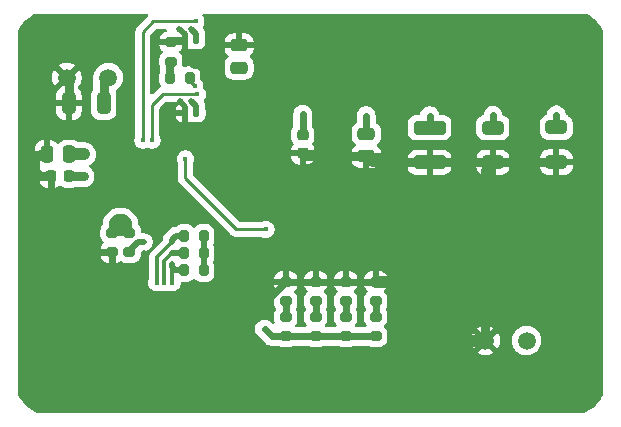
<source format=gbr>
%TF.GenerationSoftware,KiCad,Pcbnew,9.0.5*%
%TF.CreationDate,2025-10-15T03:39:03+09:00*%
%TF.ProjectId,fpga_pre_test,66706761-5f70-4726-955f-746573742e6b,rev?*%
%TF.SameCoordinates,Original*%
%TF.FileFunction,Copper,L2,Bot*%
%TF.FilePolarity,Positive*%
%FSLAX46Y46*%
G04 Gerber Fmt 4.6, Leading zero omitted, Abs format (unit mm)*
G04 Created by KiCad (PCBNEW 9.0.5) date 2025-10-15 03:39:03*
%MOMM*%
%LPD*%
G01*
G04 APERTURE LIST*
G04 Aperture macros list*
%AMRoundRect*
0 Rectangle with rounded corners*
0 $1 Rounding radius*
0 $2 $3 $4 $5 $6 $7 $8 $9 X,Y pos of 4 corners*
0 Add a 4 corners polygon primitive as box body*
4,1,4,$2,$3,$4,$5,$6,$7,$8,$9,$2,$3,0*
0 Add four circle primitives for the rounded corners*
1,1,$1+$1,$2,$3*
1,1,$1+$1,$4,$5*
1,1,$1+$1,$6,$7*
1,1,$1+$1,$8,$9*
0 Add four rect primitives between the rounded corners*
20,1,$1+$1,$2,$3,$4,$5,0*
20,1,$1+$1,$4,$5,$6,$7,0*
20,1,$1+$1,$6,$7,$8,$9,0*
20,1,$1+$1,$8,$9,$2,$3,0*%
G04 Aperture macros list end*
%TA.AperFunction,Conductor*%
%ADD10C,0.200000*%
%TD*%
%TA.AperFunction,SMDPad,CuDef*%
%ADD11RoundRect,0.225000X-0.250000X0.225000X-0.250000X-0.225000X0.250000X-0.225000X0.250000X0.225000X0*%
%TD*%
%TA.AperFunction,SMDPad,CuDef*%
%ADD12RoundRect,0.250000X-0.650000X0.325000X-0.650000X-0.325000X0.650000X-0.325000X0.650000X0.325000X0*%
%TD*%
%TA.AperFunction,SMDPad,CuDef*%
%ADD13RoundRect,0.250000X-1.100000X0.325000X-1.100000X-0.325000X1.100000X-0.325000X1.100000X0.325000X0*%
%TD*%
%TA.AperFunction,SMDPad,CuDef*%
%ADD14RoundRect,0.250000X-0.475000X0.250000X-0.475000X-0.250000X0.475000X-0.250000X0.475000X0.250000X0*%
%TD*%
%TA.AperFunction,SMDPad,CuDef*%
%ADD15RoundRect,0.200000X0.275000X-0.200000X0.275000X0.200000X-0.275000X0.200000X-0.275000X-0.200000X0*%
%TD*%
%TA.AperFunction,SMDPad,CuDef*%
%ADD16RoundRect,0.250000X0.250000X0.475000X-0.250000X0.475000X-0.250000X-0.475000X0.250000X-0.475000X0*%
%TD*%
%TA.AperFunction,SMDPad,CuDef*%
%ADD17RoundRect,0.225000X0.225000X0.250000X-0.225000X0.250000X-0.225000X-0.250000X0.225000X-0.250000X0*%
%TD*%
%TA.AperFunction,SMDPad,CuDef*%
%ADD18RoundRect,0.200000X0.200000X0.275000X-0.200000X0.275000X-0.200000X-0.275000X0.200000X-0.275000X0*%
%TD*%
%TA.AperFunction,SMDPad,CuDef*%
%ADD19RoundRect,0.200000X-0.275000X0.200000X-0.275000X-0.200000X0.275000X-0.200000X0.275000X0.200000X0*%
%TD*%
%TA.AperFunction,SMDPad,CuDef*%
%ADD20RoundRect,0.140000X0.140000X0.170000X-0.140000X0.170000X-0.140000X-0.170000X0.140000X-0.170000X0*%
%TD*%
%TA.AperFunction,ComponentPad*%
%ADD21C,1.500000*%
%TD*%
%TA.AperFunction,SMDPad,CuDef*%
%ADD22RoundRect,0.250000X0.475000X-0.250000X0.475000X0.250000X-0.475000X0.250000X-0.475000X-0.250000X0*%
%TD*%
%TA.AperFunction,SMDPad,CuDef*%
%ADD23RoundRect,0.250000X0.325000X0.650000X-0.325000X0.650000X-0.325000X-0.650000X0.325000X-0.650000X0*%
%TD*%
%TA.AperFunction,ViaPad*%
%ADD24C,0.450000*%
%TD*%
%TA.AperFunction,ViaPad*%
%ADD25C,0.500000*%
%TD*%
%TA.AperFunction,Conductor*%
%ADD26C,0.250000*%
%TD*%
%TA.AperFunction,Conductor*%
%ADD27C,0.800000*%
%TD*%
%TA.AperFunction,Conductor*%
%ADD28C,0.500000*%
%TD*%
%TA.AperFunction,Conductor*%
%ADD29C,0.600000*%
%TD*%
%TA.AperFunction,Conductor*%
%ADD30C,1.000000*%
%TD*%
%TA.AperFunction,Conductor*%
%ADD31C,0.300000*%
%TD*%
%TA.AperFunction,Conductor*%
%ADD32C,0.700000*%
%TD*%
G04 APERTURE END LIST*
D10*
%TO.N,Net-(R1-Pad2)*%
X135660000Y-99960000D02*
X135640000Y-100910000D01*
X134150000Y-100930000D01*
X134140000Y-99920000D01*
X134490000Y-99550000D01*
X135270000Y-99550000D01*
X135660000Y-99960000D01*
%TA.AperFunction,Conductor*%
G36*
X135660000Y-99960000D02*
G01*
X135640000Y-100910000D01*
X134150000Y-100930000D01*
X134140000Y-99920000D01*
X134490000Y-99550000D01*
X135270000Y-99550000D01*
X135660000Y-99960000D01*
G37*
%TD.AperFunction*%
%TD*%
D11*
%TO.P,C7,1*%
%TO.N,Net-(C7-Pad1)*%
X150310000Y-92620000D03*
%TO.P,C7,2*%
%TO.N,GND*%
X150310000Y-94170000D03*
%TD*%
D12*
%TO.P,C10,1*%
%TO.N,Net-(C10-Pad1)*%
X166405000Y-91990000D03*
%TO.P,C10,2*%
%TO.N,GND*%
X166405000Y-94940000D03*
%TD*%
D13*
%TO.P,C9,2*%
%TO.N,GND*%
X161040000Y-94940000D03*
%TO.P,C9,1*%
%TO.N,Net-(C9-Pad1)*%
X161040000Y-91990000D03*
%TD*%
D14*
%TO.P,C8,2*%
%TO.N,GND*%
X155675000Y-94415000D03*
%TO.P,C8,1*%
%TO.N,Net-(C8-Pad1)*%
X155675000Y-92515000D03*
%TD*%
D12*
%TO.P,C11,2*%
%TO.N,GND*%
X171770000Y-94920000D03*
%TO.P,C11,1*%
%TO.N,Net-(C11-Pad1)*%
X171770000Y-91970000D03*
%TD*%
D15*
%TO.P,R14,2*%
%TO.N,Net-(R14-Pad2)*%
X148870000Y-108010000D03*
%TO.P,R14,1*%
%TO.N,/VOUT2*%
X148870000Y-109660000D03*
%TD*%
D16*
%TO.P,C2,1*%
%TO.N,/VDC*%
X130520000Y-94250000D03*
%TO.P,C2,2*%
%TO.N,GND*%
X128620000Y-94250000D03*
%TD*%
D17*
%TO.P,C3,1*%
%TO.N,/3V3LVR*%
X130520000Y-96130000D03*
%TO.P,C3,2*%
%TO.N,GND*%
X128970000Y-96130000D03*
%TD*%
D18*
%TO.P,R4,2*%
%TO.N,/SEQ_FLAG_NC*%
X140281493Y-102622499D03*
%TO.P,R4,1*%
%TO.N,/3V3LVR*%
X141931493Y-102622499D03*
%TD*%
D15*
%TO.P,R1,2*%
%TO.N,Net-(R1-Pad2)*%
X135610000Y-100885000D03*
%TO.P,R1,1*%
%TO.N,/3V3LVR*%
X135610000Y-102535000D03*
%TD*%
D19*
%TO.P,R2,2*%
%TO.N,GND*%
X134152689Y-102535000D03*
%TO.P,R2,1*%
%TO.N,Net-(R1-Pad2)*%
X134152689Y-100885000D03*
%TD*%
D18*
%TO.P,R3,2*%
%TO.N,/SEQ_FLAG1*%
X140281493Y-101162499D03*
%TO.P,R3,1*%
%TO.N,/3V3LVR*%
X141931493Y-101162499D03*
%TD*%
%TO.P,R5,2*%
%TO.N,/SEQ_FLAG2*%
X140281493Y-104082499D03*
%TO.P,R5,1*%
%TO.N,/3V3LVR*%
X141931493Y-104082499D03*
%TD*%
D20*
%TO.P,C6,1*%
%TO.N,Net-(IC4-SS{slash}TR)*%
X141290000Y-90740000D03*
%TO.P,C6,2*%
%TO.N,GND*%
X140330000Y-90740000D03*
%TD*%
D15*
%TO.P,R15,1*%
%TO.N,Net-(R14-Pad2)*%
X148870000Y-106700000D03*
%TO.P,R15,2*%
%TO.N,GND*%
X148870000Y-105050000D03*
%TD*%
%TO.P,R13,1*%
%TO.N,Net-(R12-Pad2)*%
X151410000Y-106690000D03*
%TO.P,R13,2*%
%TO.N,GND*%
X151410000Y-105040000D03*
%TD*%
%TO.P,R12,1*%
%TO.N,/VOUT2*%
X151410000Y-109650000D03*
%TO.P,R12,2*%
%TO.N,Net-(R12-Pad2)*%
X151410000Y-108000000D03*
%TD*%
%TO.P,R11,1*%
%TO.N,Net-(R10-Pad2)*%
X153950000Y-106690000D03*
%TO.P,R11,2*%
%TO.N,GND*%
X153950000Y-105040000D03*
%TD*%
%TO.P,R10,1*%
%TO.N,/VOUT2*%
X153950000Y-109650000D03*
%TO.P,R10,2*%
%TO.N,Net-(R10-Pad2)*%
X153950000Y-108000000D03*
%TD*%
%TO.P,R9,1*%
%TO.N,Net-(R8-Pad2)*%
X156495000Y-106690000D03*
%TO.P,R9,2*%
%TO.N,GND*%
X156495000Y-105040000D03*
%TD*%
%TO.P,R8,1*%
%TO.N,/VOUT2*%
X156490000Y-109650000D03*
%TO.P,R8,2*%
%TO.N,Net-(R8-Pad2)*%
X156490000Y-108000000D03*
%TD*%
%TO.P,R7,1*%
%TO.N,Net-(IC3-FB)*%
X139145000Y-86400000D03*
%TO.P,R7,2*%
%TO.N,GND*%
X139145000Y-84750000D03*
%TD*%
D21*
%TO.P,J2,1,1*%
%TO.N,/VOUT2*%
X169260000Y-110020000D03*
%TO.P,J2,2,2*%
%TO.N,GND*%
X165760000Y-110020000D03*
%TD*%
%TO.P,J1,1,1*%
%TO.N,GND*%
X130330000Y-87770000D03*
%TO.P,J1,2,2*%
%TO.N,/VDC*%
X133830000Y-87770000D03*
%TD*%
D22*
%TO.P,C5,1*%
%TO.N,/VOUT1*%
X144915000Y-86920000D03*
%TO.P,C5,2*%
%TO.N,GND*%
X144915000Y-85020000D03*
%TD*%
D20*
%TO.P,C4,1*%
%TO.N,Net-(IC3-SS{slash}TR)*%
X141275000Y-84560000D03*
%TO.P,C4,2*%
%TO.N,GND*%
X140315000Y-84560000D03*
%TD*%
D23*
%TO.P,C1,1*%
%TO.N,/VDC*%
X133455000Y-89920000D03*
%TO.P,C1,2*%
%TO.N,GND*%
X130505000Y-89920000D03*
%TD*%
D18*
%TO.P,R6,1*%
%TO.N,/VOUT1*%
X140725000Y-87790000D03*
%TO.P,R6,2*%
%TO.N,Net-(IC3-FB)*%
X139075000Y-87790000D03*
%TD*%
D24*
%TO.N,Net-(IC4-FB)*%
X140360000Y-94650000D03*
X147190000Y-100600000D03*
%TO.N,/SEQ_FLAG2*%
X137540000Y-93050000D03*
X141380000Y-89180000D03*
%TO.N,/SEQ_FLAG1*%
X136760000Y-93060000D03*
X141260000Y-82990000D03*
%TO.N,GND*%
X150360000Y-87820000D03*
X142310000Y-93120000D03*
%TO.N,/3V3LVR*%
X131770000Y-96130000D03*
%TO.N,/VDC*%
X131800000Y-94250000D03*
%TO.N,/SEQ_FLAG1*%
X137939997Y-105120000D03*
%TO.N,/SEQ_FLAG_NC*%
X138590000Y-105120000D03*
%TO.N,/SEQ_FLAG2*%
X139240000Y-105130000D03*
%TO.N,Net-(C11-Pad1)*%
X171770000Y-90917500D03*
%TO.N,Net-(C10-Pad1)*%
X166410000Y-90947500D03*
%TO.N,Net-(C9-Pad1)*%
X161040000Y-90977500D03*
%TO.N,Net-(C8-Pad1)*%
X155670000Y-90977500D03*
%TO.N,Net-(C7-Pad1)*%
X150310000Y-90867500D03*
%TO.N,Net-(R8-Pad2)*%
X156500000Y-107350000D03*
%TO.N,Net-(R10-Pad2)*%
X153950000Y-107350000D03*
%TO.N,Net-(R12-Pad2)*%
X151410000Y-107340000D03*
%TO.N,Net-(R14-Pad2)*%
X148870000Y-107360000D03*
D25*
%TO.N,/3V3LVR*%
X136848735Y-101682499D03*
%TO.N,/SEQ_FLAG_NC*%
X139231493Y-102622499D03*
%TO.N,/SEQ_FLAG2*%
X139241493Y-103582499D03*
%TO.N,GND*%
X136858735Y-102632499D03*
X136890000Y-106080000D03*
%TO.N,Net-(R1-Pad2)*%
X134880000Y-99580000D03*
%TO.N,GND*%
X127610000Y-95200000D03*
%TO.N,/SEQ_FLAG1*%
X139231493Y-101682499D03*
D24*
%TO.N,GND*%
X139870000Y-89770000D03*
%TO.N,Net-(IC4-SS{slash}TR)*%
X140868888Y-89745000D03*
%TO.N,/VOUT1*%
X141175000Y-88490000D03*
%TO.N,Net-(IC3-FB)*%
X139075000Y-87790000D03*
%TO.N,GND*%
X142405000Y-86810000D03*
%TO.N,Net-(IC3-SS{slash}TR)*%
X140865000Y-83620000D03*
%TO.N,GND*%
X139865000Y-83620000D03*
%TO.N,/VOUT2*%
X147070000Y-109040000D03*
%TD*%
D26*
%TO.N,Net-(IC4-FB)*%
X140360000Y-96300000D02*
X144660000Y-100600000D01*
X144660000Y-100600000D02*
X147190000Y-100600000D01*
X140360000Y-94650000D02*
X140360000Y-96300000D01*
D27*
%TO.N,GND*%
X165760000Y-95585000D02*
X165760000Y-110020000D01*
X166405000Y-94940000D02*
X165760000Y-95585000D01*
D26*
%TO.N,/SEQ_FLAG2*%
X141369000Y-89169000D02*
X141380000Y-89180000D01*
X137540000Y-93050000D02*
X137540000Y-90090000D01*
X137540000Y-90090000D02*
X138461000Y-89169000D01*
X138461000Y-89169000D02*
X141369000Y-89169000D01*
%TO.N,/SEQ_FLAG1*%
X137650000Y-82990000D02*
X141260000Y-82990000D01*
X136760000Y-83880000D02*
X137650000Y-82990000D01*
X136760000Y-93060000D02*
X136760000Y-83880000D01*
D28*
%TO.N,GND*%
X143360000Y-94170000D02*
X150310000Y-94170000D01*
X142310000Y-93120000D02*
X143360000Y-94170000D01*
D27*
X150555000Y-94415000D02*
X150310000Y-94170000D01*
X155675000Y-94415000D02*
X150555000Y-94415000D01*
X156200000Y-94940000D02*
X155675000Y-94415000D01*
X161040000Y-94940000D02*
X156200000Y-94940000D01*
X166405000Y-94940000D02*
X161040000Y-94940000D01*
X171770000Y-94920000D02*
X166425000Y-94920000D01*
X166425000Y-94920000D02*
X166405000Y-94940000D01*
D29*
X146790000Y-107130000D02*
X137940000Y-107130000D01*
X137940000Y-107130000D02*
X136890000Y-106080000D01*
X148870000Y-105050000D02*
X146790000Y-107130000D01*
X135000000Y-106080000D02*
X136890000Y-106080000D01*
X134152689Y-105232689D02*
X135000000Y-106080000D01*
X134152689Y-102535000D02*
X134152689Y-105232689D01*
D28*
X146920000Y-85020000D02*
X144915000Y-85020000D01*
X147330000Y-87610000D02*
X147330000Y-85430000D01*
X148000000Y-88280000D02*
X147330000Y-87610000D01*
X149900000Y-88280000D02*
X148000000Y-88280000D01*
X147330000Y-85430000D02*
X146920000Y-85020000D01*
X150360000Y-87820000D02*
X149900000Y-88280000D01*
X140840000Y-93120000D02*
X140330000Y-92610000D01*
X142310000Y-93120000D02*
X140840000Y-93120000D01*
X140330000Y-92610000D02*
X140330000Y-90740000D01*
D30*
X163620000Y-110020000D02*
X158640000Y-105040000D01*
X158640000Y-105040000D02*
X156495000Y-105040000D01*
X165760000Y-110020000D02*
X163620000Y-110020000D01*
D29*
X129655000Y-98435000D02*
X128970000Y-97750000D01*
X128970000Y-97750000D02*
X128970000Y-96130000D01*
X132050000Y-99250000D02*
X131235000Y-98435000D01*
X131235000Y-98435000D02*
X129655000Y-98435000D01*
X132945000Y-102535000D02*
X132050000Y-101640000D01*
X132050000Y-101640000D02*
X132050000Y-99250000D01*
X134152689Y-102535000D02*
X132945000Y-102535000D01*
D27*
%TO.N,/3V3LVR*%
X130520000Y-96130000D02*
X131770000Y-96130000D01*
D30*
%TO.N,/VDC*%
X130520000Y-94250000D02*
X131800000Y-94250000D01*
D31*
%TO.N,/SEQ_FLAG1*%
X137950000Y-102963992D02*
X139231493Y-101682499D01*
X137939997Y-105167398D02*
X137942599Y-105170000D01*
X137950000Y-105170000D02*
X137950000Y-102963992D01*
X137939997Y-105120000D02*
X137939997Y-105167398D01*
X137942599Y-105170000D02*
X137950000Y-105170000D01*
%TO.N,/SEQ_FLAG2*%
X139240000Y-105130000D02*
X139241493Y-105128507D01*
X139241493Y-105128507D02*
X139241493Y-103582499D01*
%TO.N,/SEQ_FLAG_NC*%
X138590000Y-103263992D02*
X139231493Y-102622499D01*
X138590000Y-105120000D02*
X138590000Y-103263992D01*
D29*
%TO.N,Net-(C11-Pad1)*%
X171770000Y-90917500D02*
X171770000Y-91970000D01*
%TO.N,Net-(C10-Pad1)*%
X166410000Y-90947500D02*
X166410000Y-91985000D01*
X166410000Y-91985000D02*
X166405000Y-91990000D01*
%TO.N,Net-(C9-Pad1)*%
X161040000Y-90977500D02*
X161040000Y-91990000D01*
%TO.N,Net-(C8-Pad1)*%
X155670000Y-90977500D02*
X155670000Y-92510000D01*
X155670000Y-92510000D02*
X155675000Y-92515000D01*
%TO.N,Net-(C7-Pad1)*%
X150310000Y-90867500D02*
X150310000Y-92620000D01*
%TO.N,/VOUT2*%
X156480000Y-109660000D02*
X156490000Y-109650000D01*
X148870000Y-109660000D02*
X156480000Y-109660000D01*
%TO.N,GND*%
X156485000Y-105050000D02*
X156495000Y-105040000D01*
X148870000Y-105050000D02*
X156485000Y-105050000D01*
%TO.N,Net-(R12-Pad2)*%
X151410000Y-106690000D02*
X151410000Y-108000000D01*
%TO.N,Net-(R10-Pad2)*%
X153950000Y-106690000D02*
X153950000Y-108000000D01*
%TO.N,Net-(R8-Pad2)*%
X156495000Y-107995000D02*
X156490000Y-108000000D01*
X156495000Y-106690000D02*
X156495000Y-107995000D01*
%TO.N,Net-(R14-Pad2)*%
X148870000Y-106700000D02*
X148870000Y-108010000D01*
D28*
%TO.N,/3V3LVR*%
X136340114Y-101682499D02*
X136848735Y-101682499D01*
X135610000Y-102412613D02*
X136340114Y-101682499D01*
X135610000Y-102535000D02*
X135610000Y-102412613D01*
D27*
%TO.N,GND*%
X127610000Y-95650000D02*
X127610000Y-95200000D01*
X128560000Y-94250000D02*
X128050000Y-94250000D01*
X127610000Y-94690000D02*
X127610000Y-95200000D01*
X128050000Y-94250000D02*
X127610000Y-94690000D01*
X128970000Y-96130000D02*
X128090000Y-96130000D01*
X128090000Y-96130000D02*
X127610000Y-95650000D01*
D28*
%TO.N,Net-(R1-Pad2)*%
X135210000Y-99580000D02*
X134880000Y-99580000D01*
X135610000Y-99980000D02*
X135210000Y-99580000D01*
X135610000Y-100885000D02*
X135610000Y-99980000D01*
X134550000Y-99580000D02*
X134880000Y-99580000D01*
X134152689Y-100885000D02*
X135610000Y-100885000D01*
X134152689Y-100885000D02*
X134152689Y-99977311D01*
X134152689Y-99977311D02*
X134550000Y-99580000D01*
%TO.N,/SEQ_FLAG2*%
X139241493Y-103832499D02*
X139241493Y-103582499D01*
X139491493Y-104082499D02*
X139241493Y-103832499D01*
X140281493Y-104082499D02*
X139491493Y-104082499D01*
%TO.N,/3V3LVR*%
X141931493Y-101162499D02*
X141931493Y-104082499D01*
D27*
%TO.N,GND*%
X128620000Y-94250000D02*
X128560000Y-94250000D01*
D28*
%TO.N,/SEQ_FLAG1*%
X139231493Y-101472499D02*
X139541493Y-101162499D01*
X139541493Y-101162499D02*
X140281493Y-101162499D01*
%TO.N,/SEQ_FLAG_NC*%
X140281493Y-102622499D02*
X139231493Y-102622499D01*
%TO.N,/SEQ_FLAG1*%
X139231493Y-101682499D02*
X139231493Y-101472499D01*
%TO.N,Net-(IC4-SS{slash}TR)*%
X141290000Y-90740000D02*
X141290000Y-90166112D01*
X141290000Y-90166112D02*
X140868888Y-89745000D01*
%TO.N,GND*%
X140330000Y-90230000D02*
X139870000Y-89770000D01*
X140330000Y-90740000D02*
X140330000Y-90230000D01*
X141135000Y-86810000D02*
X142405000Y-86810000D01*
X140315000Y-85990000D02*
X141135000Y-86810000D01*
X140315000Y-84560000D02*
X140315000Y-85990000D01*
%TO.N,Net-(IC3-SS{slash}TR)*%
X141275000Y-84030000D02*
X140865000Y-83620000D01*
X141275000Y-84560000D02*
X141275000Y-84030000D01*
%TO.N,GND*%
X140315000Y-84070000D02*
X139865000Y-83620000D01*
X140315000Y-84560000D02*
X140315000Y-84070000D01*
X142405000Y-85900000D02*
X142405000Y-86810000D01*
X143285000Y-85020000D02*
X142405000Y-85900000D01*
X144915000Y-85020000D02*
X143285000Y-85020000D01*
X139335000Y-84560000D02*
X139145000Y-84750000D01*
X140315000Y-84560000D02*
X139335000Y-84560000D01*
D32*
%TO.N,Net-(IC3-FB)*%
X139075000Y-86470000D02*
X139145000Y-86400000D01*
X139075000Y-87790000D02*
X139075000Y-86470000D01*
D27*
%TO.N,GND*%
X130505000Y-87945000D02*
X130330000Y-87770000D01*
X130505000Y-89920000D02*
X130505000Y-87945000D01*
%TO.N,/VDC*%
X133455000Y-88145000D02*
X133830000Y-87770000D01*
X133455000Y-89920000D02*
X133455000Y-88145000D01*
D26*
%TO.N,/VOUT1*%
X140725000Y-88040000D02*
X141175000Y-88490000D01*
X140725000Y-87790000D02*
X140725000Y-88040000D01*
D29*
%TO.N,/VOUT2*%
X148870000Y-109660000D02*
X147690000Y-109660000D01*
X147690000Y-109660000D02*
X147070000Y-109040000D01*
%TD*%
%TA.AperFunction,Conductor*%
%TO.N,GND*%
G36*
X137178610Y-82364161D02*
G01*
X137224365Y-82416965D01*
X137234309Y-82486123D01*
X137205284Y-82549679D01*
X137199252Y-82556157D01*
X136274144Y-83481264D01*
X136274138Y-83481272D01*
X136239914Y-83532489D01*
X136239915Y-83532490D01*
X136205689Y-83583711D01*
X136205686Y-83583716D01*
X136192521Y-83615499D01*
X136192522Y-83615500D01*
X136171693Y-83665786D01*
X136171691Y-83665790D01*
X136168082Y-83674506D01*
X136158537Y-83697549D01*
X136136221Y-83809744D01*
X136135687Y-83812426D01*
X136135682Y-83812448D01*
X136134500Y-83818392D01*
X136134500Y-92652679D01*
X136119858Y-92711133D01*
X136117070Y-92716348D01*
X136062381Y-92848379D01*
X136062379Y-92848385D01*
X136034500Y-92988542D01*
X136034500Y-92988545D01*
X136034500Y-93131455D01*
X136034500Y-93131457D01*
X136034499Y-93131457D01*
X136062379Y-93271614D01*
X136062381Y-93271620D01*
X136117069Y-93403650D01*
X136117074Y-93403659D01*
X136196467Y-93522478D01*
X136196470Y-93522482D01*
X136297517Y-93623529D01*
X136297521Y-93623532D01*
X136416340Y-93702925D01*
X136416346Y-93702928D01*
X136416347Y-93702929D01*
X136548380Y-93757619D01*
X136548384Y-93757619D01*
X136548385Y-93757620D01*
X136688542Y-93785500D01*
X136688545Y-93785500D01*
X136831457Y-93785500D01*
X136925751Y-93766742D01*
X136971620Y-93757619D01*
X137103653Y-93702929D01*
X137103652Y-93702929D01*
X137109281Y-93700598D01*
X137109813Y-93701883D01*
X137171319Y-93689065D01*
X137208843Y-93698105D01*
X137328380Y-93747619D01*
X137328384Y-93747619D01*
X137328385Y-93747620D01*
X137468542Y-93775500D01*
X137468545Y-93775500D01*
X137611457Y-93775500D01*
X137705751Y-93756742D01*
X137751620Y-93747619D01*
X137883653Y-93692929D01*
X138002479Y-93613532D01*
X138103532Y-93512479D01*
X138182929Y-93393653D01*
X138237619Y-93261620D01*
X138253399Y-93182289D01*
X138265500Y-93121457D01*
X138265500Y-92978542D01*
X138237620Y-92838385D01*
X138237619Y-92838384D01*
X138237619Y-92838380D01*
X138182929Y-92706347D01*
X138182926Y-92706343D01*
X138180142Y-92701133D01*
X138165500Y-92642679D01*
X138165500Y-92346647D01*
X149334500Y-92346647D01*
X149334500Y-92893337D01*
X149334501Y-92893355D01*
X149344650Y-92992707D01*
X149344651Y-92992710D01*
X149397996Y-93153694D01*
X149398001Y-93153705D01*
X149487029Y-93298040D01*
X149487032Y-93298044D01*
X149496660Y-93307672D01*
X149530145Y-93368995D01*
X149525161Y-93438687D01*
X149496663Y-93483031D01*
X149487428Y-93492265D01*
X149487424Y-93492271D01*
X149398457Y-93636507D01*
X149398452Y-93636518D01*
X149345144Y-93797393D01*
X149335000Y-93896677D01*
X149335000Y-93920000D01*
X151284999Y-93920000D01*
X151284999Y-93896692D01*
X151284998Y-93896677D01*
X151274855Y-93797392D01*
X151221547Y-93636518D01*
X151221542Y-93636507D01*
X151132575Y-93492271D01*
X151132572Y-93492267D01*
X151123339Y-93483034D01*
X151089854Y-93421711D01*
X151094838Y-93352019D01*
X151123343Y-93307668D01*
X151132968Y-93298044D01*
X151222003Y-93153697D01*
X151275349Y-92992708D01*
X151285500Y-92893345D01*
X151285499Y-92346656D01*
X151285331Y-92345016D01*
X151275349Y-92247292D01*
X151264643Y-92214983D01*
X154449500Y-92214983D01*
X154449500Y-92815001D01*
X154449501Y-92815019D01*
X154460000Y-92917796D01*
X154460001Y-92917799D01*
X154515185Y-93084331D01*
X154515187Y-93084336D01*
X154550069Y-93140888D01*
X154607288Y-93233656D01*
X154731344Y-93357712D01*
X154734628Y-93359737D01*
X154734653Y-93359753D01*
X154736445Y-93361746D01*
X154737011Y-93362193D01*
X154736934Y-93362289D01*
X154781379Y-93411699D01*
X154792603Y-93480661D01*
X154764761Y-93544744D01*
X154734665Y-93570826D01*
X154731660Y-93572679D01*
X154731655Y-93572683D01*
X154607684Y-93696654D01*
X154515643Y-93845875D01*
X154515641Y-93845880D01*
X154460494Y-94012302D01*
X154460493Y-94012309D01*
X154450000Y-94115013D01*
X154450000Y-94165000D01*
X156899999Y-94165000D01*
X156899999Y-94115028D01*
X156899998Y-94115013D01*
X156889505Y-94012302D01*
X156834358Y-93845880D01*
X156834356Y-93845875D01*
X156742315Y-93696654D01*
X156618344Y-93572683D01*
X156618341Y-93572681D01*
X156615339Y-93570829D01*
X156613713Y-93569021D01*
X156612677Y-93568202D01*
X156612817Y-93568024D01*
X156568617Y-93518880D01*
X156557397Y-93449917D01*
X156585243Y-93385836D01*
X156615344Y-93359754D01*
X156618656Y-93357712D01*
X156742712Y-93233656D01*
X156834814Y-93084334D01*
X156889999Y-92917797D01*
X156900500Y-92815009D01*
X156900499Y-92214992D01*
X156889999Y-92112203D01*
X156834814Y-91945666D01*
X156742712Y-91796344D01*
X156618656Y-91672288D01*
X156525749Y-91614983D01*
X159189500Y-91614983D01*
X159189500Y-92365001D01*
X159189501Y-92365019D01*
X159200000Y-92467796D01*
X159200001Y-92467799D01*
X159248558Y-92614331D01*
X159255186Y-92634334D01*
X159347288Y-92783656D01*
X159471344Y-92907712D01*
X159620666Y-92999814D01*
X159787203Y-93054999D01*
X159889991Y-93065500D01*
X162190008Y-93065499D01*
X162292797Y-93054999D01*
X162459334Y-92999814D01*
X162608656Y-92907712D01*
X162732712Y-92783656D01*
X162824814Y-92634334D01*
X162879999Y-92467797D01*
X162890500Y-92365009D01*
X162890499Y-91614992D01*
X162890498Y-91614983D01*
X165004500Y-91614983D01*
X165004500Y-92365001D01*
X165004501Y-92365019D01*
X165015000Y-92467796D01*
X165015001Y-92467799D01*
X165063558Y-92614331D01*
X165070186Y-92634334D01*
X165162288Y-92783656D01*
X165286344Y-92907712D01*
X165435666Y-92999814D01*
X165602203Y-93054999D01*
X165704991Y-93065500D01*
X167105008Y-93065499D01*
X167207797Y-93054999D01*
X167374334Y-92999814D01*
X167523656Y-92907712D01*
X167647712Y-92783656D01*
X167739814Y-92634334D01*
X167794999Y-92467797D01*
X167805500Y-92365009D01*
X167805499Y-91614992D01*
X167804982Y-91609935D01*
X167804421Y-91604434D01*
X167803455Y-91594983D01*
X170369500Y-91594983D01*
X170369500Y-92345001D01*
X170369501Y-92345019D01*
X170380000Y-92447796D01*
X170380001Y-92447799D01*
X170435185Y-92614331D01*
X170435186Y-92614334D01*
X170527288Y-92763656D01*
X170651344Y-92887712D01*
X170800666Y-92979814D01*
X170967203Y-93034999D01*
X171069991Y-93045500D01*
X172470008Y-93045499D01*
X172572797Y-93034999D01*
X172739334Y-92979814D01*
X172888656Y-92887712D01*
X173012712Y-92763656D01*
X173104814Y-92614334D01*
X173159999Y-92447797D01*
X173170500Y-92345009D01*
X173170499Y-91594992D01*
X173165341Y-91544503D01*
X173159999Y-91492203D01*
X173159998Y-91492200D01*
X173135978Y-91419714D01*
X173104814Y-91325666D01*
X173012712Y-91176344D01*
X172888656Y-91052288D01*
X172795888Y-90995069D01*
X172739336Y-90960187D01*
X172739331Y-90960185D01*
X172716568Y-90952642D01*
X172652993Y-90931575D01*
X172595549Y-90891803D01*
X172570381Y-90838061D01*
X172565733Y-90814692D01*
X172539737Y-90684003D01*
X172539735Y-90683998D01*
X172479397Y-90538327D01*
X172479390Y-90538314D01*
X172391789Y-90407211D01*
X172391786Y-90407207D01*
X172280292Y-90295713D01*
X172280288Y-90295710D01*
X172149185Y-90208109D01*
X172149172Y-90208102D01*
X172003501Y-90147764D01*
X172003489Y-90147761D01*
X171848845Y-90117000D01*
X171848842Y-90117000D01*
X171691158Y-90117000D01*
X171691155Y-90117000D01*
X171536510Y-90147761D01*
X171536498Y-90147764D01*
X171390827Y-90208102D01*
X171390814Y-90208109D01*
X171259711Y-90295710D01*
X171259707Y-90295713D01*
X171148213Y-90407207D01*
X171148210Y-90407211D01*
X171060609Y-90538314D01*
X171060602Y-90538327D01*
X171000264Y-90683998D01*
X171000261Y-90684008D01*
X170969618Y-90838062D01*
X170937233Y-90899972D01*
X170887006Y-90931575D01*
X170823432Y-90952642D01*
X170800666Y-90960186D01*
X170800663Y-90960187D01*
X170651342Y-91052289D01*
X170527289Y-91176342D01*
X170435187Y-91325663D01*
X170435185Y-91325668D01*
X170428558Y-91345668D01*
X170380001Y-91492203D01*
X170380001Y-91492204D01*
X170380000Y-91492204D01*
X170369500Y-91594983D01*
X167803455Y-91594983D01*
X167801005Y-91571008D01*
X167794999Y-91512203D01*
X167739814Y-91345666D01*
X167647712Y-91196344D01*
X167523656Y-91072288D01*
X167374334Y-90980186D01*
X167374332Y-90980185D01*
X167374330Y-90980184D01*
X167374329Y-90980183D01*
X167291217Y-90952642D01*
X167233772Y-90912869D01*
X167208605Y-90859128D01*
X167184908Y-90740000D01*
X167179737Y-90714003D01*
X167146598Y-90633998D01*
X167119397Y-90568327D01*
X167119390Y-90568314D01*
X167031789Y-90437211D01*
X167031786Y-90437207D01*
X166920292Y-90325713D01*
X166920288Y-90325710D01*
X166789185Y-90238109D01*
X166789172Y-90238102D01*
X166643501Y-90177764D01*
X166643489Y-90177761D01*
X166488845Y-90147000D01*
X166488842Y-90147000D01*
X166331158Y-90147000D01*
X166331155Y-90147000D01*
X166176510Y-90177761D01*
X166176498Y-90177764D01*
X166030827Y-90238102D01*
X166030814Y-90238109D01*
X165899711Y-90325710D01*
X165899707Y-90325713D01*
X165788213Y-90437207D01*
X165788210Y-90437211D01*
X165700609Y-90568314D01*
X165700602Y-90568327D01*
X165640264Y-90713998D01*
X165640261Y-90714008D01*
X165612100Y-90855582D01*
X165579715Y-90917493D01*
X165529488Y-90949096D01*
X165435666Y-90980186D01*
X165435663Y-90980187D01*
X165286342Y-91072289D01*
X165162289Y-91196342D01*
X165070187Y-91345663D01*
X165070186Y-91345666D01*
X165015001Y-91512203D01*
X165015001Y-91512204D01*
X165015000Y-91512204D01*
X165004500Y-91614983D01*
X162890498Y-91614983D01*
X162890497Y-91614977D01*
X162879999Y-91512203D01*
X162879998Y-91512200D01*
X162849485Y-91420118D01*
X162824814Y-91345666D01*
X162732712Y-91196344D01*
X162608656Y-91072288D01*
X162459334Y-90980186D01*
X162292797Y-90925001D01*
X162292795Y-90925000D01*
X162190016Y-90914500D01*
X162190009Y-90914500D01*
X161945415Y-90914500D01*
X161878376Y-90894815D01*
X161832621Y-90842011D01*
X161823798Y-90814691D01*
X161809738Y-90744010D01*
X161809738Y-90744008D01*
X161809737Y-90744003D01*
X161800953Y-90722796D01*
X161749397Y-90598327D01*
X161749390Y-90598314D01*
X161661789Y-90467211D01*
X161661786Y-90467207D01*
X161550292Y-90355713D01*
X161550288Y-90355710D01*
X161419185Y-90268109D01*
X161419172Y-90268102D01*
X161273501Y-90207764D01*
X161273489Y-90207761D01*
X161118845Y-90177000D01*
X161118842Y-90177000D01*
X160961158Y-90177000D01*
X160961155Y-90177000D01*
X160806510Y-90207761D01*
X160806498Y-90207764D01*
X160660827Y-90268102D01*
X160660814Y-90268109D01*
X160529711Y-90355710D01*
X160529707Y-90355713D01*
X160418213Y-90467207D01*
X160418210Y-90467211D01*
X160330609Y-90598314D01*
X160330602Y-90598327D01*
X160270264Y-90743998D01*
X160270261Y-90744008D01*
X160256201Y-90814692D01*
X160223815Y-90876603D01*
X160163099Y-90911177D01*
X160134585Y-90914500D01*
X159889999Y-90914500D01*
X159889980Y-90914501D01*
X159787203Y-90925000D01*
X159787200Y-90925001D01*
X159620668Y-90980185D01*
X159620663Y-90980187D01*
X159471342Y-91072289D01*
X159347289Y-91196342D01*
X159255187Y-91345663D01*
X159255186Y-91345666D01*
X159200001Y-91512203D01*
X159200001Y-91512204D01*
X159200000Y-91512204D01*
X159189500Y-91614983D01*
X156525749Y-91614983D01*
X156525639Y-91614915D01*
X156522041Y-91612324D01*
X156503197Y-91588100D01*
X156482678Y-91565287D01*
X156481533Y-91560250D01*
X156479141Y-91557175D01*
X156478026Y-91544819D01*
X156470500Y-91511697D01*
X156470500Y-90898655D01*
X156470499Y-90898653D01*
X156462637Y-90859128D01*
X156439737Y-90744003D01*
X156430953Y-90722796D01*
X156379397Y-90598327D01*
X156379390Y-90598314D01*
X156291789Y-90467211D01*
X156291786Y-90467207D01*
X156180292Y-90355713D01*
X156180288Y-90355710D01*
X156049185Y-90268109D01*
X156049172Y-90268102D01*
X155903501Y-90207764D01*
X155903489Y-90207761D01*
X155748845Y-90177000D01*
X155748842Y-90177000D01*
X155591158Y-90177000D01*
X155591155Y-90177000D01*
X155436510Y-90207761D01*
X155436498Y-90207764D01*
X155290827Y-90268102D01*
X155290814Y-90268109D01*
X155159711Y-90355710D01*
X155159707Y-90355713D01*
X155048213Y-90467207D01*
X155048210Y-90467211D01*
X154960609Y-90598314D01*
X154960602Y-90598327D01*
X154900264Y-90743998D01*
X154900261Y-90744010D01*
X154869500Y-90898653D01*
X154869500Y-91517865D01*
X154849815Y-91584904D01*
X154810598Y-91623403D01*
X154731344Y-91672287D01*
X154607289Y-91796342D01*
X154515187Y-91945663D01*
X154515186Y-91945666D01*
X154460001Y-92112203D01*
X154460001Y-92112204D01*
X154460000Y-92112204D01*
X154449500Y-92214983D01*
X151264643Y-92214983D01*
X151222003Y-92086303D01*
X151221999Y-92086297D01*
X151221998Y-92086294D01*
X151129177Y-91935809D01*
X151131896Y-91934131D01*
X151111091Y-91882534D01*
X151110500Y-91870440D01*
X151110500Y-90788655D01*
X151110499Y-90788653D01*
X151101619Y-90744010D01*
X151079737Y-90634003D01*
X151073944Y-90620018D01*
X151019397Y-90488327D01*
X151019390Y-90488314D01*
X150931789Y-90357211D01*
X150931786Y-90357207D01*
X150820292Y-90245713D01*
X150820288Y-90245710D01*
X150689185Y-90158109D01*
X150689172Y-90158102D01*
X150543501Y-90097764D01*
X150543489Y-90097761D01*
X150388845Y-90067000D01*
X150388842Y-90067000D01*
X150231158Y-90067000D01*
X150231155Y-90067000D01*
X150076510Y-90097761D01*
X150076498Y-90097764D01*
X149930827Y-90158102D01*
X149930814Y-90158109D01*
X149799711Y-90245710D01*
X149799707Y-90245713D01*
X149688213Y-90357207D01*
X149688210Y-90357211D01*
X149600609Y-90488314D01*
X149600602Y-90488327D01*
X149540264Y-90633998D01*
X149540261Y-90634010D01*
X149509500Y-90788653D01*
X149509500Y-91870440D01*
X149490384Y-91935538D01*
X149490823Y-91935809D01*
X149489835Y-91937410D01*
X149489815Y-91937479D01*
X149489652Y-91937706D01*
X149398001Y-92086294D01*
X149397996Y-92086305D01*
X149344651Y-92247290D01*
X149334500Y-92346647D01*
X138165500Y-92346647D01*
X138165500Y-90990000D01*
X139551210Y-90990000D01*
X139552854Y-91010910D01*
X139597968Y-91166195D01*
X139680278Y-91305374D01*
X139680285Y-91305383D01*
X139794616Y-91419714D01*
X139794625Y-91419721D01*
X139933804Y-91502031D01*
X140080000Y-91544504D01*
X140080000Y-90990000D01*
X139551210Y-90990000D01*
X138165500Y-90990000D01*
X138165500Y-90400452D01*
X138185185Y-90333413D01*
X138201819Y-90312771D01*
X138683772Y-89830819D01*
X138745095Y-89797334D01*
X138771453Y-89794500D01*
X139790765Y-89794500D01*
X139857804Y-89814185D01*
X139903559Y-89866989D01*
X139913503Y-89936147D01*
X139884478Y-89999703D01*
X139853886Y-90025232D01*
X139794625Y-90060278D01*
X139794616Y-90060285D01*
X139680285Y-90174616D01*
X139680278Y-90174625D01*
X139597968Y-90313804D01*
X139597966Y-90313809D01*
X139552855Y-90469081D01*
X139552854Y-90469087D01*
X139551209Y-90489999D01*
X139551210Y-90490000D01*
X140206000Y-90490000D01*
X140273039Y-90509685D01*
X140318794Y-90562489D01*
X140330000Y-90614000D01*
X140330000Y-90740000D01*
X140385500Y-90740000D01*
X140452539Y-90759685D01*
X140498294Y-90812489D01*
X140509500Y-90864000D01*
X140509500Y-90974697D01*
X140512356Y-91010991D01*
X140512357Y-91010997D01*
X140557503Y-91166389D01*
X140557505Y-91166393D01*
X140557506Y-91166395D01*
X140562732Y-91175233D01*
X140580000Y-91238352D01*
X140580000Y-91544503D01*
X140726194Y-91502032D01*
X140746384Y-91490091D01*
X140814108Y-91472906D01*
X140872629Y-91490089D01*
X140893605Y-91502494D01*
X140925282Y-91511697D01*
X141049002Y-91547642D01*
X141049005Y-91547642D01*
X141049007Y-91547643D01*
X141085310Y-91550500D01*
X141085318Y-91550500D01*
X141494682Y-91550500D01*
X141494690Y-91550500D01*
X141530993Y-91547643D01*
X141530995Y-91547642D01*
X141530997Y-91547642D01*
X141571975Y-91535736D01*
X141686395Y-91502494D01*
X141825687Y-91420117D01*
X141940117Y-91305687D01*
X142022494Y-91166395D01*
X142067643Y-91010993D01*
X142070500Y-90974690D01*
X142070500Y-90505310D01*
X142067643Y-90469007D01*
X142045423Y-90392528D01*
X142040500Y-90357934D01*
X142040500Y-90092191D01*
X142011659Y-89947204D01*
X142011658Y-89947203D01*
X142011658Y-89947199D01*
X141955084Y-89810617D01*
X141939064Y-89786642D01*
X141918187Y-89719969D01*
X141936670Y-89652588D01*
X141940234Y-89647601D01*
X141940148Y-89647544D01*
X142022925Y-89523659D01*
X142022925Y-89523658D01*
X142022929Y-89523653D01*
X142077619Y-89391620D01*
X142105500Y-89251455D01*
X142105500Y-89108545D01*
X142105500Y-89108542D01*
X142077620Y-88968385D01*
X142077619Y-88968384D01*
X142077619Y-88968380D01*
X142022929Y-88836347D01*
X142022928Y-88836346D01*
X142022925Y-88836340D01*
X141943532Y-88717521D01*
X141943529Y-88717517D01*
X141928613Y-88702601D01*
X141895128Y-88641278D01*
X141894677Y-88590726D01*
X141895887Y-88584647D01*
X141900500Y-88561455D01*
X141900500Y-88418545D01*
X141900500Y-88418542D01*
X141872620Y-88278385D01*
X141872619Y-88278384D01*
X141872619Y-88278380D01*
X141817929Y-88146347D01*
X141817928Y-88146346D01*
X141817925Y-88146340D01*
X141738532Y-88027521D01*
X141738529Y-88027517D01*
X141661819Y-87950807D01*
X141628334Y-87889484D01*
X141625500Y-87863126D01*
X141625500Y-87458386D01*
X141619086Y-87387807D01*
X141619086Y-87387804D01*
X141568478Y-87225394D01*
X141480472Y-87079815D01*
X141480470Y-87079813D01*
X141480469Y-87079811D01*
X141360188Y-86959530D01*
X141214606Y-86871522D01*
X141081091Y-86829918D01*
X141052196Y-86820914D01*
X141052194Y-86820913D01*
X141052192Y-86820913D01*
X141002778Y-86816423D01*
X140981616Y-86814500D01*
X140468384Y-86814500D01*
X140397804Y-86820914D01*
X140368909Y-86829918D01*
X140274227Y-86859421D01*
X140243384Y-86859928D01*
X140212654Y-86862553D01*
X140208764Y-86860498D01*
X140204367Y-86860571D01*
X140178149Y-86844325D01*
X140150875Y-86829918D01*
X140148713Y-86826086D01*
X140144975Y-86823770D01*
X140131702Y-86795930D01*
X140116547Y-86769063D01*
X140116151Y-86763309D01*
X140114907Y-86760700D01*
X140113544Y-86733896D01*
X140113895Y-86727808D01*
X140114086Y-86727196D01*
X140120500Y-86656616D01*
X140120500Y-86619983D01*
X143689500Y-86619983D01*
X143689500Y-87220001D01*
X143689501Y-87220019D01*
X143700000Y-87322796D01*
X143700001Y-87322799D01*
X143721543Y-87387807D01*
X143755186Y-87489334D01*
X143847288Y-87638656D01*
X143971344Y-87762712D01*
X144120666Y-87854814D01*
X144287203Y-87909999D01*
X144389991Y-87920500D01*
X145440008Y-87920499D01*
X145440016Y-87920498D01*
X145440019Y-87920498D01*
X145496302Y-87914748D01*
X145542797Y-87909999D01*
X145709334Y-87854814D01*
X145858656Y-87762712D01*
X145982712Y-87638656D01*
X146074814Y-87489334D01*
X146129999Y-87322797D01*
X146140500Y-87220009D01*
X146140499Y-86619992D01*
X146139592Y-86611117D01*
X146129999Y-86517203D01*
X146129998Y-86517200D01*
X146074814Y-86350666D01*
X145982712Y-86201344D01*
X145858656Y-86077288D01*
X145855342Y-86075243D01*
X145853546Y-86073248D01*
X145852989Y-86072807D01*
X145853064Y-86072711D01*
X145808618Y-86023297D01*
X145797397Y-85954334D01*
X145825240Y-85890252D01*
X145855348Y-85864165D01*
X145858342Y-85862318D01*
X145982315Y-85738345D01*
X146074356Y-85589124D01*
X146074358Y-85589119D01*
X146129505Y-85422697D01*
X146129506Y-85422690D01*
X146139999Y-85319986D01*
X146140000Y-85319973D01*
X146140000Y-85270000D01*
X143690001Y-85270000D01*
X143690001Y-85319986D01*
X143700494Y-85422697D01*
X143755641Y-85589119D01*
X143755643Y-85589124D01*
X143847684Y-85738345D01*
X143971655Y-85862316D01*
X143971659Y-85862319D01*
X143974656Y-85864168D01*
X143976279Y-85865972D01*
X143977323Y-85866798D01*
X143977181Y-85866976D01*
X144021381Y-85916116D01*
X144032602Y-85985079D01*
X144004759Y-86049161D01*
X143974661Y-86075241D01*
X143971349Y-86077283D01*
X143971343Y-86077288D01*
X143847289Y-86201342D01*
X143755187Y-86350663D01*
X143755186Y-86350666D01*
X143700001Y-86517203D01*
X143700001Y-86517204D01*
X143700000Y-86517204D01*
X143689500Y-86619983D01*
X140120500Y-86619983D01*
X140120500Y-86143384D01*
X140114086Y-86072804D01*
X140063478Y-85910394D01*
X139975472Y-85764815D01*
X139975470Y-85764813D01*
X139975469Y-85764811D01*
X139872984Y-85662326D01*
X139868645Y-85654380D01*
X139861398Y-85648955D01*
X139852163Y-85624195D01*
X139839499Y-85601003D01*
X139840144Y-85591973D01*
X139836981Y-85583491D01*
X139842597Y-85557670D01*
X139844483Y-85531311D01*
X139850301Y-85522257D01*
X139851833Y-85515218D01*
X139872984Y-85486964D01*
X139959247Y-85400701D01*
X140020570Y-85367216D01*
X140059605Y-85368554D01*
X140065000Y-85364504D01*
X140065000Y-85000000D01*
X138170001Y-85000000D01*
X138170001Y-85006582D01*
X138176408Y-85077102D01*
X138176409Y-85077107D01*
X138226981Y-85239396D01*
X138314927Y-85384877D01*
X138417015Y-85486965D01*
X138450500Y-85548288D01*
X138445516Y-85617980D01*
X138417015Y-85662327D01*
X138314531Y-85764810D01*
X138314530Y-85764811D01*
X138226522Y-85910393D01*
X138175913Y-86072807D01*
X138175506Y-86077289D01*
X138169500Y-86143384D01*
X138169500Y-86656616D01*
X138175914Y-86727196D01*
X138203640Y-86816172D01*
X138218886Y-86865101D01*
X138224500Y-86901990D01*
X138224500Y-87229054D01*
X138218886Y-87265943D01*
X138180914Y-87387805D01*
X138174500Y-87458386D01*
X138174500Y-88121613D01*
X138180913Y-88192192D01*
X138180913Y-88192194D01*
X138180914Y-88192196D01*
X138207771Y-88278385D01*
X138231522Y-88354606D01*
X138269231Y-88416984D01*
X138287067Y-88484539D01*
X138265549Y-88551013D01*
X138211509Y-88595300D01*
X138210568Y-88595695D01*
X138164710Y-88614690D01*
X138062267Y-88683141D01*
X138062263Y-88683144D01*
X137597181Y-89148227D01*
X137535858Y-89181712D01*
X137466166Y-89176728D01*
X137410233Y-89134856D01*
X137385816Y-89069392D01*
X137385500Y-89060546D01*
X137385500Y-84190452D01*
X137405185Y-84123413D01*
X137421819Y-84102771D01*
X137872771Y-83651819D01*
X137934094Y-83618334D01*
X137960452Y-83615500D01*
X138701265Y-83615500D01*
X138768304Y-83635185D01*
X138814059Y-83687989D01*
X138824003Y-83757147D01*
X138794978Y-83820703D01*
X138738156Y-83857885D01*
X138580603Y-83906981D01*
X138435122Y-83994927D01*
X138314927Y-84115122D01*
X138226980Y-84260604D01*
X138176409Y-84422893D01*
X138170000Y-84493427D01*
X138170000Y-84500000D01*
X139405000Y-84500000D01*
X139405000Y-84434000D01*
X139424685Y-84366961D01*
X139477489Y-84321206D01*
X139529000Y-84310000D01*
X140191000Y-84310000D01*
X140258039Y-84329685D01*
X140303794Y-84382489D01*
X140315000Y-84434000D01*
X140315000Y-84560000D01*
X140370500Y-84560000D01*
X140437539Y-84579685D01*
X140483294Y-84632489D01*
X140494500Y-84684000D01*
X140494500Y-84794697D01*
X140497356Y-84830991D01*
X140497357Y-84830997D01*
X140542503Y-84986389D01*
X140542505Y-84986393D01*
X140542506Y-84986395D01*
X140547732Y-84995233D01*
X140565000Y-85058352D01*
X140565000Y-85364503D01*
X140711194Y-85322032D01*
X140731384Y-85310091D01*
X140799108Y-85292906D01*
X140857629Y-85310089D01*
X140878605Y-85322494D01*
X140919587Y-85334400D01*
X141034002Y-85367642D01*
X141034005Y-85367642D01*
X141034007Y-85367643D01*
X141070310Y-85370500D01*
X141070318Y-85370500D01*
X141479682Y-85370500D01*
X141479690Y-85370500D01*
X141515993Y-85367643D01*
X141515995Y-85367642D01*
X141515997Y-85367642D01*
X141556975Y-85355736D01*
X141671395Y-85322494D01*
X141810687Y-85240117D01*
X141925117Y-85125687D01*
X142007494Y-84986395D01*
X142052643Y-84830993D01*
X142055500Y-84794690D01*
X142055500Y-84720013D01*
X143690000Y-84720013D01*
X143690000Y-84770000D01*
X144665000Y-84770000D01*
X145165000Y-84770000D01*
X146139999Y-84770000D01*
X146139999Y-84720028D01*
X146139998Y-84720013D01*
X146129505Y-84617302D01*
X146074358Y-84450880D01*
X146074356Y-84450875D01*
X145982315Y-84301654D01*
X145858345Y-84177684D01*
X145709124Y-84085643D01*
X145709119Y-84085641D01*
X145542697Y-84030494D01*
X145542690Y-84030493D01*
X145439986Y-84020000D01*
X145165000Y-84020000D01*
X145165000Y-84770000D01*
X144665000Y-84770000D01*
X144665000Y-84020000D01*
X144390029Y-84020000D01*
X144390012Y-84020001D01*
X144287302Y-84030494D01*
X144120880Y-84085641D01*
X144120875Y-84085643D01*
X143971654Y-84177684D01*
X143847684Y-84301654D01*
X143755643Y-84450875D01*
X143755641Y-84450880D01*
X143700494Y-84617302D01*
X143700493Y-84617309D01*
X143690000Y-84720013D01*
X142055500Y-84720013D01*
X142055500Y-84325310D01*
X142052643Y-84289007D01*
X142030423Y-84212528D01*
X142025500Y-84177934D01*
X142025500Y-83956079D01*
X142004025Y-83848122D01*
X142002193Y-83838912D01*
X141996659Y-83811088D01*
X141949629Y-83697549D01*
X141940084Y-83674505D01*
X141940077Y-83674494D01*
X141854567Y-83546518D01*
X141856611Y-83545151D01*
X141833511Y-83490811D01*
X141845278Y-83421939D01*
X141853571Y-83407522D01*
X141862512Y-83394142D01*
X141902929Y-83333653D01*
X141957619Y-83201620D01*
X141985500Y-83061455D01*
X141985500Y-82918545D01*
X141985500Y-82918542D01*
X141957620Y-82778385D01*
X141957619Y-82778384D01*
X141957619Y-82778380D01*
X141902929Y-82646347D01*
X141902928Y-82646346D01*
X141902925Y-82646340D01*
X141830111Y-82537367D01*
X141809233Y-82470690D01*
X141827717Y-82403310D01*
X141879696Y-82356619D01*
X141933213Y-82344476D01*
X174299210Y-82344476D01*
X174313889Y-82348262D01*
X174326186Y-82347446D01*
X174359191Y-82359948D01*
X174570006Y-82476461D01*
X174581779Y-82483859D01*
X174844789Y-82670475D01*
X174855649Y-82679135D01*
X174966703Y-82778379D01*
X175096127Y-82894039D01*
X175105958Y-82903870D01*
X175246786Y-83061457D01*
X175320859Y-83144344D01*
X175329528Y-83155216D01*
X175516139Y-83418219D01*
X175523538Y-83429993D01*
X175679539Y-83712255D01*
X175685572Y-83724783D01*
X175710061Y-83783904D01*
X175719500Y-83831357D01*
X175719500Y-114568642D01*
X175710061Y-114616096D01*
X175685573Y-114675214D01*
X175679540Y-114687741D01*
X175523538Y-114970006D01*
X175516139Y-114981780D01*
X175329528Y-115244783D01*
X175320859Y-115255655D01*
X175105960Y-115496127D01*
X175096127Y-115505960D01*
X174855655Y-115720859D01*
X174844783Y-115729528D01*
X174581780Y-115916139D01*
X174570006Y-115923538D01*
X174287744Y-116079539D01*
X174275216Y-116085572D01*
X174071242Y-116170061D01*
X174023789Y-116179500D01*
X127906211Y-116179500D01*
X127858758Y-116170061D01*
X127654783Y-116085572D01*
X127642255Y-116079539D01*
X127359993Y-115923538D01*
X127348219Y-115916139D01*
X127085216Y-115729528D01*
X127074344Y-115720859D01*
X126833872Y-115505960D01*
X126824039Y-115496127D01*
X126609140Y-115255655D01*
X126600475Y-115244789D01*
X126413859Y-114981779D01*
X126406461Y-114970006D01*
X126250459Y-114687741D01*
X126244426Y-114675212D01*
X126233915Y-114649836D01*
X126224476Y-114602384D01*
X126224476Y-108961153D01*
X146269500Y-108961153D01*
X146269500Y-109118846D01*
X146300261Y-109273489D01*
X146300264Y-109273501D01*
X146360602Y-109419172D01*
X146360609Y-109419185D01*
X146448210Y-109550288D01*
X146448213Y-109550292D01*
X147068211Y-110170289D01*
X147179711Y-110281789D01*
X147179712Y-110281790D01*
X147310816Y-110369391D01*
X147310817Y-110369391D01*
X147310821Y-110369394D01*
X147397922Y-110405472D01*
X147456502Y-110429737D01*
X147611152Y-110460499D01*
X147611155Y-110460500D01*
X147611157Y-110460500D01*
X147611158Y-110460500D01*
X148199732Y-110460500D01*
X148263881Y-110478383D01*
X148288849Y-110493476D01*
X148305394Y-110503478D01*
X148467804Y-110554086D01*
X148538384Y-110560500D01*
X148538387Y-110560500D01*
X149201613Y-110560500D01*
X149201616Y-110560500D01*
X149272196Y-110554086D01*
X149434606Y-110503478D01*
X149463642Y-110485925D01*
X149476119Y-110478383D01*
X149540268Y-110460500D01*
X150756274Y-110460500D01*
X150820423Y-110478383D01*
X150832900Y-110485925D01*
X150845394Y-110493478D01*
X151007804Y-110544086D01*
X151078384Y-110550500D01*
X151078387Y-110550500D01*
X151741613Y-110550500D01*
X151741616Y-110550500D01*
X151812196Y-110544086D01*
X151974606Y-110493478D01*
X151989099Y-110484716D01*
X151999577Y-110478383D01*
X152063726Y-110460500D01*
X153296274Y-110460500D01*
X153360423Y-110478383D01*
X153372900Y-110485925D01*
X153385394Y-110493478D01*
X153547804Y-110544086D01*
X153618384Y-110550500D01*
X153618387Y-110550500D01*
X154281613Y-110550500D01*
X154281616Y-110550500D01*
X154352196Y-110544086D01*
X154514606Y-110493478D01*
X154529099Y-110484716D01*
X154539577Y-110478383D01*
X154603726Y-110460500D01*
X155836274Y-110460500D01*
X155900423Y-110478383D01*
X155912900Y-110485925D01*
X155925394Y-110493478D01*
X156087804Y-110544086D01*
X156158384Y-110550500D01*
X156158387Y-110550500D01*
X156821613Y-110550500D01*
X156821616Y-110550500D01*
X156892196Y-110544086D01*
X157054606Y-110493478D01*
X157200185Y-110405472D01*
X157320472Y-110285185D01*
X157408478Y-110139606D01*
X157459086Y-109977196D01*
X157464137Y-109921617D01*
X164510000Y-109921617D01*
X164510000Y-110118382D01*
X164540778Y-110312705D01*
X164601581Y-110499835D01*
X164690905Y-110675145D01*
X164716319Y-110710125D01*
X164716320Y-110710125D01*
X165277037Y-110149408D01*
X165294075Y-110212993D01*
X165359901Y-110327007D01*
X165452993Y-110420099D01*
X165567007Y-110485925D01*
X165630590Y-110502962D01*
X165069873Y-111063677D01*
X165069873Y-111063678D01*
X165104858Y-111089096D01*
X165280164Y-111178418D01*
X165467294Y-111239221D01*
X165661618Y-111270000D01*
X165858382Y-111270000D01*
X166052705Y-111239221D01*
X166239835Y-111178418D01*
X166415143Y-111089095D01*
X166450125Y-111063678D01*
X166450126Y-111063678D01*
X165889410Y-110502962D01*
X165952993Y-110485925D01*
X166067007Y-110420099D01*
X166160099Y-110327007D01*
X166225925Y-110212993D01*
X166242962Y-110149410D01*
X166803678Y-110710126D01*
X166803678Y-110710125D01*
X166829095Y-110675143D01*
X166918418Y-110499835D01*
X166979221Y-110312705D01*
X167010000Y-110118382D01*
X167010000Y-109921617D01*
X167009994Y-109921577D01*
X168009500Y-109921577D01*
X168009500Y-110118422D01*
X168040290Y-110312826D01*
X168101117Y-110500029D01*
X168128661Y-110554086D01*
X168190476Y-110675405D01*
X168306172Y-110834646D01*
X168445354Y-110973828D01*
X168604595Y-111089524D01*
X168687455Y-111131743D01*
X168779970Y-111178882D01*
X168779972Y-111178882D01*
X168779975Y-111178884D01*
X168880317Y-111211487D01*
X168967173Y-111239709D01*
X169161578Y-111270500D01*
X169161583Y-111270500D01*
X169358422Y-111270500D01*
X169552826Y-111239709D01*
X169554328Y-111239221D01*
X169740025Y-111178884D01*
X169915405Y-111089524D01*
X170074646Y-110973828D01*
X170213828Y-110834646D01*
X170329524Y-110675405D01*
X170418884Y-110500025D01*
X170479709Y-110312826D01*
X170495521Y-110212993D01*
X170510500Y-110118422D01*
X170510500Y-109921577D01*
X170479709Y-109727173D01*
X170418882Y-109539970D01*
X170357332Y-109419172D01*
X170329524Y-109364595D01*
X170213828Y-109205354D01*
X170074646Y-109066172D01*
X169915405Y-108950476D01*
X169740029Y-108861117D01*
X169552826Y-108800290D01*
X169358422Y-108769500D01*
X169358417Y-108769500D01*
X169161583Y-108769500D01*
X169161578Y-108769500D01*
X168967173Y-108800290D01*
X168779970Y-108861117D01*
X168604594Y-108950476D01*
X168516046Y-109014811D01*
X168445354Y-109066172D01*
X168445352Y-109066174D01*
X168445351Y-109066174D01*
X168306174Y-109205351D01*
X168306174Y-109205352D01*
X168306172Y-109205354D01*
X168256669Y-109273489D01*
X168190476Y-109364594D01*
X168101117Y-109539970D01*
X168040290Y-109727173D01*
X168009500Y-109921577D01*
X167009994Y-109921577D01*
X166979221Y-109727294D01*
X166918418Y-109540164D01*
X166829096Y-109364858D01*
X166803678Y-109329873D01*
X166803677Y-109329873D01*
X166242962Y-109890589D01*
X166225925Y-109827007D01*
X166160099Y-109712993D01*
X166067007Y-109619901D01*
X165952993Y-109554075D01*
X165889409Y-109537037D01*
X166450125Y-108976320D01*
X166450125Y-108976319D01*
X166415145Y-108950905D01*
X166239835Y-108861581D01*
X166052705Y-108800778D01*
X165858382Y-108770000D01*
X165661618Y-108770000D01*
X165467294Y-108800778D01*
X165280161Y-108861582D01*
X165104863Y-108950899D01*
X165104859Y-108950902D01*
X165069873Y-108976320D01*
X165069872Y-108976320D01*
X165630590Y-109537037D01*
X165567007Y-109554075D01*
X165452993Y-109619901D01*
X165359901Y-109712993D01*
X165294075Y-109827007D01*
X165277037Y-109890590D01*
X164716320Y-109329872D01*
X164716320Y-109329873D01*
X164690902Y-109364859D01*
X164690899Y-109364863D01*
X164601582Y-109540161D01*
X164540778Y-109727294D01*
X164510000Y-109921617D01*
X157464137Y-109921617D01*
X157465500Y-109906616D01*
X157465500Y-109393384D01*
X157459086Y-109322804D01*
X157408478Y-109160394D01*
X157320472Y-109014815D01*
X157320470Y-109014813D01*
X157320469Y-109014811D01*
X157218339Y-108912681D01*
X157184854Y-108851358D01*
X157189838Y-108781666D01*
X157218339Y-108737319D01*
X157320468Y-108635189D01*
X157320469Y-108635188D01*
X157320472Y-108635185D01*
X157408478Y-108489606D01*
X157459086Y-108327196D01*
X157465500Y-108256616D01*
X157465500Y-107743384D01*
X157459086Y-107672804D01*
X157408478Y-107510394D01*
X157349772Y-107413284D01*
X157331937Y-107345730D01*
X157349772Y-107284987D01*
X157413478Y-107179606D01*
X157464086Y-107017196D01*
X157470500Y-106946616D01*
X157470500Y-106433384D01*
X157464086Y-106362804D01*
X157413478Y-106200394D01*
X157325472Y-106054815D01*
X157325470Y-106054813D01*
X157325469Y-106054811D01*
X157222984Y-105952326D01*
X157189499Y-105891003D01*
X157194483Y-105821311D01*
X157222985Y-105776963D01*
X157325071Y-105674878D01*
X157325072Y-105674877D01*
X157413019Y-105529395D01*
X157463590Y-105367106D01*
X157470000Y-105296572D01*
X157470000Y-105290000D01*
X155520001Y-105290000D01*
X155520001Y-105296582D01*
X155526408Y-105367102D01*
X155526409Y-105367107D01*
X155576981Y-105529396D01*
X155664927Y-105674877D01*
X155767015Y-105776965D01*
X155800500Y-105838288D01*
X155795516Y-105907980D01*
X155767015Y-105952327D01*
X155664531Y-106054810D01*
X155664530Y-106054811D01*
X155576522Y-106200393D01*
X155525913Y-106362807D01*
X155520782Y-106419275D01*
X155519500Y-106433384D01*
X155519500Y-106946616D01*
X155520409Y-106956616D01*
X155525913Y-107017192D01*
X155576522Y-107179606D01*
X155635226Y-107276714D01*
X155653062Y-107344269D01*
X155635226Y-107405013D01*
X155571523Y-107510391D01*
X155520913Y-107672807D01*
X155515782Y-107729275D01*
X155514500Y-107743384D01*
X155514500Y-108256616D01*
X155515409Y-108266616D01*
X155520913Y-108327192D01*
X155520913Y-108327194D01*
X155520914Y-108327196D01*
X155556170Y-108440338D01*
X155571522Y-108489606D01*
X155659530Y-108635188D01*
X155672161Y-108647819D01*
X155705646Y-108709142D01*
X155700662Y-108778834D01*
X155658790Y-108834767D01*
X155593326Y-108859184D01*
X155584480Y-108859500D01*
X154855520Y-108859500D01*
X154788481Y-108839815D01*
X154742726Y-108787011D01*
X154732782Y-108717853D01*
X154761807Y-108654297D01*
X154767839Y-108647819D01*
X154780468Y-108635189D01*
X154780469Y-108635188D01*
X154780472Y-108635185D01*
X154868478Y-108489606D01*
X154919086Y-108327196D01*
X154925500Y-108256616D01*
X154925500Y-107743384D01*
X154919086Y-107672804D01*
X154868478Y-107510394D01*
X154807272Y-107409148D01*
X154789437Y-107341596D01*
X154807272Y-107280851D01*
X154868478Y-107179606D01*
X154919086Y-107017196D01*
X154925500Y-106946616D01*
X154925500Y-106433384D01*
X154919086Y-106362804D01*
X154868478Y-106200394D01*
X154780472Y-106054815D01*
X154780470Y-106054813D01*
X154780469Y-106054811D01*
X154677984Y-105952326D01*
X154644499Y-105891003D01*
X154649483Y-105821311D01*
X154677985Y-105776963D01*
X154780071Y-105674878D01*
X154780072Y-105674877D01*
X154868019Y-105529395D01*
X154918590Y-105367106D01*
X154925000Y-105296572D01*
X154925000Y-105290000D01*
X152975001Y-105290000D01*
X152975001Y-105296582D01*
X152981408Y-105367102D01*
X152981409Y-105367107D01*
X153031981Y-105529396D01*
X153119927Y-105674877D01*
X153222015Y-105776965D01*
X153255500Y-105838288D01*
X153250516Y-105907980D01*
X153222015Y-105952327D01*
X153119531Y-106054810D01*
X153119530Y-106054811D01*
X153031522Y-106200393D01*
X152980913Y-106362807D01*
X152975782Y-106419275D01*
X152974500Y-106433384D01*
X152974500Y-106946616D01*
X152975409Y-106956616D01*
X152980913Y-107017192D01*
X153031523Y-107179608D01*
X153092726Y-107280851D01*
X153110562Y-107348405D01*
X153092726Y-107409149D01*
X153031523Y-107510391D01*
X152980913Y-107672807D01*
X152975782Y-107729275D01*
X152974500Y-107743384D01*
X152974500Y-108256616D01*
X152975409Y-108266616D01*
X152980913Y-108327192D01*
X152980913Y-108327194D01*
X152980914Y-108327196D01*
X153016170Y-108440338D01*
X153031522Y-108489606D01*
X153119530Y-108635188D01*
X153132161Y-108647819D01*
X153165646Y-108709142D01*
X153160662Y-108778834D01*
X153118790Y-108834767D01*
X153053326Y-108859184D01*
X153044480Y-108859500D01*
X152315520Y-108859500D01*
X152248481Y-108839815D01*
X152202726Y-108787011D01*
X152192782Y-108717853D01*
X152221807Y-108654297D01*
X152227839Y-108647819D01*
X152240468Y-108635189D01*
X152240469Y-108635188D01*
X152240472Y-108635185D01*
X152328478Y-108489606D01*
X152379086Y-108327196D01*
X152385500Y-108256616D01*
X152385500Y-107743384D01*
X152379086Y-107672804D01*
X152328478Y-107510394D01*
X152267272Y-107409148D01*
X152249437Y-107341596D01*
X152267272Y-107280851D01*
X152328478Y-107179606D01*
X152379086Y-107017196D01*
X152385500Y-106946616D01*
X152385500Y-106433384D01*
X152379086Y-106362804D01*
X152328478Y-106200394D01*
X152240472Y-106054815D01*
X152240470Y-106054813D01*
X152240469Y-106054811D01*
X152137984Y-105952326D01*
X152104499Y-105891003D01*
X152109483Y-105821311D01*
X152137985Y-105776963D01*
X152240071Y-105674878D01*
X152240072Y-105674877D01*
X152328019Y-105529395D01*
X152378590Y-105367106D01*
X152385000Y-105296572D01*
X152385000Y-105290000D01*
X150435001Y-105290000D01*
X150435001Y-105296582D01*
X150441408Y-105367102D01*
X150441409Y-105367107D01*
X150491981Y-105529396D01*
X150579927Y-105674877D01*
X150682015Y-105776965D01*
X150715500Y-105838288D01*
X150710516Y-105907980D01*
X150682015Y-105952327D01*
X150579531Y-106054810D01*
X150579530Y-106054811D01*
X150491522Y-106200393D01*
X150440913Y-106362807D01*
X150435782Y-106419275D01*
X150434500Y-106433384D01*
X150434500Y-106946616D01*
X150435409Y-106956616D01*
X150440913Y-107017192D01*
X150491523Y-107179608D01*
X150552726Y-107280851D01*
X150570562Y-107348405D01*
X150552726Y-107409149D01*
X150491523Y-107510391D01*
X150440913Y-107672807D01*
X150435782Y-107729275D01*
X150434500Y-107743384D01*
X150434500Y-108256616D01*
X150435409Y-108266616D01*
X150440913Y-108327192D01*
X150440913Y-108327194D01*
X150440914Y-108327196D01*
X150476170Y-108440338D01*
X150491522Y-108489606D01*
X150579530Y-108635188D01*
X150592161Y-108647819D01*
X150625646Y-108709142D01*
X150620662Y-108778834D01*
X150578790Y-108834767D01*
X150513326Y-108859184D01*
X150504480Y-108859500D01*
X149785520Y-108859500D01*
X149718481Y-108839815D01*
X149672726Y-108787011D01*
X149662782Y-108717853D01*
X149691807Y-108654297D01*
X149697839Y-108647819D01*
X149700468Y-108645189D01*
X149700469Y-108645188D01*
X149700472Y-108645185D01*
X149788478Y-108499606D01*
X149839086Y-108337196D01*
X149845500Y-108266616D01*
X149845500Y-107753384D01*
X149839086Y-107682804D01*
X149788478Y-107520394D01*
X149727272Y-107419148D01*
X149709437Y-107351596D01*
X149727272Y-107290851D01*
X149788478Y-107189606D01*
X149839086Y-107027196D01*
X149845500Y-106956616D01*
X149845500Y-106443384D01*
X149839086Y-106372804D01*
X149788478Y-106210394D01*
X149700472Y-106064815D01*
X149700470Y-106064813D01*
X149700469Y-106064811D01*
X149597984Y-105962326D01*
X149564499Y-105901003D01*
X149569483Y-105831311D01*
X149597985Y-105786963D01*
X149700071Y-105684878D01*
X149700072Y-105684877D01*
X149788019Y-105539395D01*
X149838590Y-105377106D01*
X149845000Y-105306572D01*
X149845000Y-105300000D01*
X147895001Y-105300000D01*
X147895001Y-105306582D01*
X147901408Y-105377102D01*
X147901409Y-105377107D01*
X147951981Y-105539396D01*
X148039927Y-105684877D01*
X148142015Y-105786965D01*
X148175500Y-105848288D01*
X148170516Y-105917980D01*
X148142015Y-105962327D01*
X148039531Y-106064810D01*
X148039530Y-106064811D01*
X147951522Y-106210393D01*
X147900913Y-106372807D01*
X147894500Y-106443386D01*
X147894500Y-106956613D01*
X147900913Y-107027192D01*
X147951523Y-107189608D01*
X148012726Y-107290851D01*
X148030562Y-107358405D01*
X148012726Y-107419149D01*
X147951523Y-107520391D01*
X147900913Y-107682807D01*
X147895782Y-107739275D01*
X147894500Y-107753384D01*
X147894500Y-108266616D01*
X147900914Y-108337196D01*
X147933054Y-108440338D01*
X147934204Y-108510198D01*
X147897403Y-108569590D01*
X147834334Y-108599658D01*
X147765021Y-108590854D01*
X147726987Y-108564908D01*
X147580292Y-108418213D01*
X147580288Y-108418210D01*
X147449185Y-108330609D01*
X147449172Y-108330602D01*
X147303501Y-108270264D01*
X147303489Y-108270261D01*
X147148845Y-108239500D01*
X147148842Y-108239500D01*
X146991158Y-108239500D01*
X146991155Y-108239500D01*
X146836510Y-108270261D01*
X146836498Y-108270264D01*
X146690827Y-108330602D01*
X146690814Y-108330609D01*
X146559711Y-108418210D01*
X146559707Y-108418213D01*
X146448213Y-108529707D01*
X146448210Y-108529711D01*
X146360609Y-108660814D01*
X146360602Y-108660827D01*
X146300264Y-108806498D01*
X146300261Y-108806510D01*
X146269500Y-108961153D01*
X126224476Y-108961153D01*
X126224476Y-105191457D01*
X137214496Y-105191457D01*
X137242376Y-105331614D01*
X137242378Y-105331620D01*
X137297066Y-105463650D01*
X137297071Y-105463659D01*
X137376464Y-105582478D01*
X137376467Y-105582482D01*
X137477514Y-105683529D01*
X137477518Y-105683532D01*
X137596337Y-105762925D01*
X137596343Y-105762928D01*
X137596344Y-105762929D01*
X137728377Y-105817619D01*
X137728381Y-105817619D01*
X137728382Y-105817620D01*
X137868539Y-105845500D01*
X137868542Y-105845500D01*
X138011454Y-105845500D01*
X138133056Y-105821311D01*
X138151617Y-105817619D01*
X138217545Y-105790309D01*
X138287013Y-105782841D01*
X138312451Y-105790310D01*
X138378380Y-105817619D01*
X138378384Y-105817619D01*
X138378385Y-105817620D01*
X138518542Y-105845500D01*
X138518545Y-105845500D01*
X138661457Y-105845500D01*
X138783059Y-105821311D01*
X138801620Y-105817619D01*
X138855475Y-105795310D01*
X138924942Y-105787841D01*
X138950375Y-105795308D01*
X139028380Y-105827619D01*
X139028384Y-105827619D01*
X139028385Y-105827620D01*
X139168542Y-105855500D01*
X139168545Y-105855500D01*
X139311457Y-105855500D01*
X139433059Y-105831311D01*
X139451620Y-105827619D01*
X139583653Y-105772929D01*
X139702479Y-105693532D01*
X139803532Y-105592479D01*
X139882929Y-105473653D01*
X139937619Y-105341620D01*
X139965500Y-105201455D01*
X139965500Y-105181999D01*
X139985185Y-105114960D01*
X140037989Y-105069205D01*
X140089500Y-105057999D01*
X140538106Y-105057999D01*
X140538109Y-105057999D01*
X140608689Y-105051585D01*
X140771099Y-105000977D01*
X140916678Y-104912971D01*
X140921270Y-104908379D01*
X141018812Y-104810838D01*
X141080135Y-104777353D01*
X141149827Y-104782337D01*
X141194174Y-104810838D01*
X141296304Y-104912968D01*
X141296306Y-104912969D01*
X141296308Y-104912971D01*
X141441887Y-105000977D01*
X141604297Y-105051585D01*
X141674877Y-105057999D01*
X141674880Y-105057999D01*
X142188106Y-105057999D01*
X142188109Y-105057999D01*
X142258689Y-105051585D01*
X142421099Y-105000977D01*
X142566678Y-104912971D01*
X142686222Y-104793427D01*
X147895000Y-104793427D01*
X147895000Y-104800000D01*
X148620000Y-104800000D01*
X149120000Y-104800000D01*
X149844999Y-104800000D01*
X149844999Y-104793425D01*
X149844855Y-104791841D01*
X149844855Y-104791834D01*
X149844091Y-104783427D01*
X150435000Y-104783427D01*
X150435000Y-104790000D01*
X151160000Y-104790000D01*
X151660000Y-104790000D01*
X152384999Y-104790000D01*
X152384999Y-104783427D01*
X152975000Y-104783427D01*
X152975000Y-104790000D01*
X153700000Y-104790000D01*
X154200000Y-104790000D01*
X154924999Y-104790000D01*
X154924999Y-104783427D01*
X155520000Y-104783427D01*
X155520000Y-104790000D01*
X156245000Y-104790000D01*
X156745000Y-104790000D01*
X157469999Y-104790000D01*
X157469999Y-104783417D01*
X157463591Y-104712897D01*
X157463590Y-104712892D01*
X157413018Y-104550603D01*
X157325072Y-104405122D01*
X157204877Y-104284927D01*
X157059395Y-104196980D01*
X157059396Y-104196980D01*
X156897105Y-104146409D01*
X156897106Y-104146409D01*
X156826572Y-104140000D01*
X156745000Y-104140000D01*
X156745000Y-104790000D01*
X156245000Y-104790000D01*
X156245000Y-104140000D01*
X156244999Y-104139999D01*
X156163417Y-104140000D01*
X156092897Y-104146408D01*
X156092892Y-104146409D01*
X155930603Y-104196981D01*
X155785122Y-104284927D01*
X155664927Y-104405122D01*
X155576980Y-104550604D01*
X155526409Y-104712893D01*
X155520000Y-104783427D01*
X154924999Y-104783427D01*
X154924999Y-104783417D01*
X154918591Y-104712897D01*
X154918590Y-104712892D01*
X154868018Y-104550603D01*
X154780072Y-104405122D01*
X154659877Y-104284927D01*
X154514395Y-104196980D01*
X154514396Y-104196980D01*
X154352105Y-104146409D01*
X154352106Y-104146409D01*
X154281572Y-104140000D01*
X154200000Y-104140000D01*
X154200000Y-104790000D01*
X153700000Y-104790000D01*
X153700000Y-104140000D01*
X153699999Y-104139999D01*
X153618417Y-104140000D01*
X153547897Y-104146408D01*
X153547892Y-104146409D01*
X153385603Y-104196981D01*
X153240122Y-104284927D01*
X153119927Y-104405122D01*
X153031980Y-104550604D01*
X152981409Y-104712893D01*
X152975000Y-104783427D01*
X152384999Y-104783427D01*
X152384999Y-104783417D01*
X152378591Y-104712897D01*
X152378590Y-104712892D01*
X152328018Y-104550603D01*
X152240072Y-104405122D01*
X152119877Y-104284927D01*
X151974395Y-104196980D01*
X151974396Y-104196980D01*
X151812105Y-104146409D01*
X151812106Y-104146409D01*
X151741572Y-104140000D01*
X151660000Y-104140000D01*
X151660000Y-104790000D01*
X151160000Y-104790000D01*
X151160000Y-104140000D01*
X151159999Y-104139999D01*
X151078417Y-104140000D01*
X151007897Y-104146408D01*
X151007892Y-104146409D01*
X150845603Y-104196981D01*
X150700122Y-104284927D01*
X150579927Y-104405122D01*
X150491980Y-104550604D01*
X150441409Y-104712893D01*
X150435000Y-104783427D01*
X149844091Y-104783427D01*
X149838591Y-104722897D01*
X149838590Y-104722892D01*
X149788018Y-104560603D01*
X149700072Y-104415122D01*
X149579877Y-104294927D01*
X149434395Y-104206980D01*
X149434396Y-104206980D01*
X149272105Y-104156409D01*
X149272106Y-104156409D01*
X149201572Y-104150000D01*
X149120000Y-104150000D01*
X149120000Y-104800000D01*
X148620000Y-104800000D01*
X148620000Y-104150000D01*
X148619999Y-104149999D01*
X148538417Y-104150000D01*
X148467897Y-104156408D01*
X148467892Y-104156409D01*
X148305603Y-104206981D01*
X148160122Y-104294927D01*
X148039927Y-104415122D01*
X147951980Y-104560604D01*
X147901409Y-104722893D01*
X147895000Y-104793427D01*
X142686222Y-104793427D01*
X142686965Y-104792684D01*
X142774971Y-104647105D01*
X142825579Y-104484695D01*
X142831993Y-104414115D01*
X142831993Y-103750883D01*
X142825579Y-103680303D01*
X142774971Y-103517893D01*
X142713765Y-103416647D01*
X142695930Y-103349095D01*
X142713765Y-103288350D01*
X142774971Y-103187105D01*
X142825579Y-103024695D01*
X142831993Y-102954115D01*
X142831993Y-102290883D01*
X142825579Y-102220303D01*
X142774971Y-102057893D01*
X142713765Y-101956647D01*
X142695930Y-101889095D01*
X142713765Y-101828350D01*
X142774971Y-101727105D01*
X142825579Y-101564695D01*
X142831993Y-101494115D01*
X142831993Y-100830883D01*
X142825579Y-100760303D01*
X142774971Y-100597893D01*
X142686965Y-100452314D01*
X142686963Y-100452312D01*
X142686962Y-100452310D01*
X142566681Y-100332029D01*
X142421099Y-100244021D01*
X142258689Y-100193413D01*
X142258687Y-100193412D01*
X142258685Y-100193412D01*
X142209271Y-100188922D01*
X142188109Y-100186999D01*
X141674877Y-100186999D01*
X141655638Y-100188747D01*
X141604300Y-100193412D01*
X141441886Y-100244021D01*
X141296304Y-100332029D01*
X141296303Y-100332030D01*
X141194174Y-100434160D01*
X141132851Y-100467645D01*
X141063159Y-100462661D01*
X141018812Y-100434160D01*
X140916681Y-100332029D01*
X140771099Y-100244021D01*
X140608689Y-100193413D01*
X140608687Y-100193412D01*
X140608685Y-100193412D01*
X140559271Y-100188922D01*
X140538109Y-100186999D01*
X140024877Y-100186999D01*
X140005638Y-100188747D01*
X139954300Y-100193412D01*
X139791886Y-100244021D01*
X139646304Y-100332029D01*
X139646304Y-100332030D01*
X139602656Y-100375679D01*
X139541333Y-100409165D01*
X139514974Y-100411999D01*
X139467573Y-100411999D01*
X139322585Y-100440839D01*
X139322575Y-100440842D01*
X139186004Y-100497411D01*
X139185991Y-100497418D01*
X139063077Y-100579547D01*
X139063073Y-100579550D01*
X138648545Y-100994077D01*
X138648542Y-100994080D01*
X138602840Y-101062478D01*
X138602841Y-101062479D01*
X138566407Y-101117007D01*
X138509836Y-101253581D01*
X138509833Y-101253591D01*
X138480993Y-101398578D01*
X138480993Y-101461690D01*
X138461308Y-101528729D01*
X138444674Y-101549371D01*
X137444727Y-102549317D01*
X137444724Y-102549320D01*
X137389798Y-102631523D01*
X137389799Y-102631524D01*
X137373536Y-102655863D01*
X137373533Y-102655869D01*
X137324499Y-102774247D01*
X137324497Y-102774253D01*
X137299500Y-102899920D01*
X137299500Y-104745810D01*
X137290061Y-104793263D01*
X137242378Y-104908379D01*
X137242376Y-104908385D01*
X137214497Y-105048542D01*
X137214497Y-105048545D01*
X137214497Y-105191455D01*
X137214497Y-105191457D01*
X137214496Y-105191457D01*
X126224476Y-105191457D01*
X126224476Y-102791582D01*
X133177690Y-102791582D01*
X133184097Y-102862102D01*
X133184098Y-102862107D01*
X133234670Y-103024396D01*
X133322616Y-103169877D01*
X133442811Y-103290072D01*
X133588293Y-103378019D01*
X133588292Y-103378019D01*
X133750583Y-103428590D01*
X133750581Y-103428590D01*
X133821107Y-103434999D01*
X133902688Y-103434998D01*
X133902689Y-103434998D01*
X133902689Y-102785000D01*
X133177690Y-102785000D01*
X133177690Y-102791582D01*
X126224476Y-102791582D01*
X126224476Y-100628386D01*
X133177189Y-100628386D01*
X133177189Y-101141613D01*
X133183602Y-101212192D01*
X133183602Y-101212194D01*
X133183603Y-101212196D01*
X133196502Y-101253591D01*
X133234211Y-101374606D01*
X133322219Y-101520188D01*
X133424704Y-101622673D01*
X133458189Y-101683996D01*
X133453205Y-101753688D01*
X133424704Y-101798035D01*
X133322617Y-101900121D01*
X133322616Y-101900122D01*
X133234669Y-102045604D01*
X133184098Y-102207893D01*
X133177689Y-102278427D01*
X133177689Y-102285000D01*
X134028689Y-102285000D01*
X134095728Y-102304685D01*
X134141483Y-102357489D01*
X134152689Y-102409000D01*
X134152689Y-102535000D01*
X134278689Y-102535000D01*
X134345728Y-102554685D01*
X134391483Y-102607489D01*
X134402689Y-102659000D01*
X134402689Y-103434999D01*
X134484270Y-103434999D01*
X134554791Y-103428591D01*
X134554796Y-103428590D01*
X134717087Y-103378018D01*
X134816709Y-103317794D01*
X134884264Y-103299957D01*
X134945008Y-103317792D01*
X135045394Y-103378478D01*
X135207804Y-103429086D01*
X135278384Y-103435500D01*
X135278387Y-103435500D01*
X135941613Y-103435500D01*
X135941616Y-103435500D01*
X136012196Y-103429086D01*
X136174606Y-103378478D01*
X136320185Y-103290472D01*
X136440472Y-103170185D01*
X136528478Y-103024606D01*
X136579086Y-102862196D01*
X136585500Y-102791616D01*
X136585500Y-102556999D01*
X136605185Y-102489960D01*
X136657989Y-102444205D01*
X136709500Y-102432999D01*
X136922655Y-102432999D01*
X137043301Y-102409000D01*
X137067648Y-102404157D01*
X137204230Y-102347583D01*
X137327151Y-102265450D01*
X137431686Y-102160915D01*
X137513819Y-102037994D01*
X137570393Y-101901412D01*
X137579831Y-101853961D01*
X137599235Y-101756419D01*
X137599235Y-101608578D01*
X137570394Y-101463591D01*
X137570393Y-101463590D01*
X137570393Y-101463586D01*
X137543466Y-101398578D01*
X137513822Y-101327010D01*
X137513815Y-101326997D01*
X137431686Y-101204083D01*
X137431683Y-101204079D01*
X137327154Y-101099550D01*
X137327150Y-101099547D01*
X137204236Y-101017418D01*
X137204223Y-101017411D01*
X137067652Y-100960842D01*
X137067642Y-100960839D01*
X136922655Y-100931999D01*
X136922653Y-100931999D01*
X136709500Y-100931999D01*
X136642461Y-100912314D01*
X136596706Y-100859510D01*
X136585500Y-100807999D01*
X136585500Y-100628386D01*
X136579086Y-100557807D01*
X136579086Y-100557804D01*
X136528478Y-100395394D01*
X136440472Y-100249815D01*
X136440470Y-100249813D01*
X136440469Y-100249811D01*
X136396819Y-100206161D01*
X136363334Y-100144838D01*
X136360500Y-100118480D01*
X136360500Y-99906079D01*
X136331659Y-99761092D01*
X136331658Y-99761091D01*
X136331658Y-99761087D01*
X136330542Y-99758393D01*
X136275087Y-99624511D01*
X136275080Y-99624498D01*
X136192952Y-99501585D01*
X136190259Y-99498892D01*
X136088416Y-99397049D01*
X135688421Y-98997052D01*
X135688418Y-98997049D01*
X135609771Y-98944500D01*
X135565495Y-98914916D01*
X135565492Y-98914914D01*
X135565491Y-98914914D01*
X135428917Y-98858343D01*
X135428907Y-98858340D01*
X135283920Y-98829500D01*
X135283918Y-98829500D01*
X134953918Y-98829500D01*
X134476082Y-98829500D01*
X134476076Y-98829500D01*
X134447242Y-98835234D01*
X134447243Y-98835235D01*
X134331093Y-98858339D01*
X134331083Y-98858342D01*
X134251081Y-98891479D01*
X134251082Y-98891480D01*
X134194506Y-98914915D01*
X134149881Y-98944733D01*
X134071582Y-98997049D01*
X134071579Y-98997052D01*
X133569738Y-99498892D01*
X133569737Y-99498893D01*
X133550190Y-99528149D01*
X133540481Y-99542681D01*
X133513952Y-99582384D01*
X133487603Y-99621818D01*
X133431032Y-99758393D01*
X133431029Y-99758403D01*
X133402189Y-99903390D01*
X133402189Y-100118480D01*
X133382504Y-100185519D01*
X133365870Y-100206161D01*
X133322220Y-100249810D01*
X133322219Y-100249811D01*
X133234211Y-100395393D01*
X133183602Y-100557807D01*
X133177189Y-100628386D01*
X126224476Y-100628386D01*
X126224476Y-96428322D01*
X128020001Y-96428322D01*
X128030144Y-96527607D01*
X128083452Y-96688481D01*
X128083457Y-96688492D01*
X128172424Y-96832728D01*
X128172427Y-96832732D01*
X128292267Y-96952572D01*
X128292271Y-96952575D01*
X128436507Y-97041542D01*
X128436518Y-97041547D01*
X128597393Y-97094855D01*
X128696683Y-97104999D01*
X128720000Y-97104998D01*
X128720000Y-96380000D01*
X128020001Y-96380000D01*
X128020001Y-96428322D01*
X126224476Y-96428322D01*
X126224476Y-94500000D01*
X127620001Y-94500000D01*
X127620001Y-94774986D01*
X127630494Y-94877697D01*
X127685641Y-95044119D01*
X127685643Y-95044124D01*
X127777684Y-95193345D01*
X127901654Y-95317315D01*
X128041391Y-95403506D01*
X128088115Y-95455454D01*
X128099338Y-95524417D01*
X128085269Y-95564390D01*
X128086507Y-95564968D01*
X128083452Y-95571518D01*
X128030144Y-95732393D01*
X128020000Y-95831677D01*
X128020000Y-95880000D01*
X128846000Y-95880000D01*
X128913039Y-95899685D01*
X128958794Y-95952489D01*
X128970000Y-96004000D01*
X128970000Y-96130000D01*
X129096000Y-96130000D01*
X129163039Y-96149685D01*
X129208794Y-96202489D01*
X129220000Y-96254000D01*
X129220000Y-97104999D01*
X129243308Y-97104999D01*
X129243322Y-97104998D01*
X129342607Y-97094855D01*
X129503481Y-97041547D01*
X129503492Y-97041542D01*
X129647731Y-96952573D01*
X129656959Y-96943345D01*
X129718279Y-96909856D01*
X129787971Y-96914835D01*
X129832327Y-96943339D01*
X129841955Y-96952967D01*
X129841959Y-96952970D01*
X129986294Y-97041998D01*
X129986297Y-97041999D01*
X129986303Y-97042003D01*
X130147292Y-97095349D01*
X130246655Y-97105500D01*
X130793344Y-97105499D01*
X130793352Y-97105498D01*
X130793355Y-97105498D01*
X130847760Y-97099940D01*
X130892708Y-97095349D01*
X131053697Y-97042003D01*
X131053698Y-97042001D01*
X131060552Y-97039731D01*
X131060802Y-97040487D01*
X131105855Y-97030500D01*
X131858693Y-97030500D01*
X131858694Y-97030499D01*
X131916682Y-97018964D01*
X132032658Y-96995896D01*
X132032661Y-96995894D01*
X132032666Y-96995894D01*
X132196547Y-96928013D01*
X132344035Y-96829464D01*
X132469464Y-96704035D01*
X132568013Y-96556547D01*
X132635894Y-96392666D01*
X132638414Y-96380000D01*
X132658964Y-96276682D01*
X132670500Y-96218691D01*
X132670500Y-96041309D01*
X132670500Y-96041306D01*
X132670499Y-96041304D01*
X132635896Y-95867341D01*
X132635893Y-95867332D01*
X132568016Y-95703459D01*
X132568009Y-95703446D01*
X132469464Y-95555965D01*
X132469461Y-95555961D01*
X132344038Y-95430538D01*
X132344034Y-95430535D01*
X132238560Y-95360059D01*
X132193755Y-95306447D01*
X132185048Y-95237122D01*
X132215203Y-95174094D01*
X132259998Y-95142395D01*
X132273914Y-95136632D01*
X132437782Y-95027139D01*
X132577139Y-94887782D01*
X132686632Y-94723914D01*
X132687650Y-94721457D01*
X139634499Y-94721457D01*
X139662379Y-94861614D01*
X139662381Y-94861620D01*
X139717068Y-94993648D01*
X139719853Y-94998856D01*
X139734500Y-95057319D01*
X139734500Y-96361606D01*
X139749720Y-96438127D01*
X139749720Y-96438128D01*
X139758534Y-96482443D01*
X139758536Y-96482447D01*
X139758537Y-96482451D01*
X139777241Y-96527607D01*
X139805687Y-96596285D01*
X139805688Y-96596286D01*
X139831741Y-96635276D01*
X139874142Y-96698733D01*
X139961267Y-96785858D01*
X139961270Y-96785860D01*
X139968920Y-96793510D01*
X144171016Y-100995606D01*
X144171045Y-100995637D01*
X144261263Y-101085855D01*
X144261267Y-101085858D01*
X144363707Y-101154307D01*
X144363713Y-101154310D01*
X144363714Y-101154311D01*
X144477548Y-101201463D01*
X144507010Y-101207323D01*
X144531472Y-101212189D01*
X144531488Y-101212192D01*
X144531508Y-101212196D01*
X144598391Y-101225499D01*
X144598392Y-101225500D01*
X144598393Y-101225500D01*
X144598394Y-101225500D01*
X146782680Y-101225500D01*
X146841139Y-101240145D01*
X146846341Y-101242925D01*
X146846347Y-101242929D01*
X146978380Y-101297619D01*
X146978384Y-101297619D01*
X146978385Y-101297620D01*
X147118542Y-101325500D01*
X147118545Y-101325500D01*
X147261457Y-101325500D01*
X147355751Y-101306742D01*
X147401620Y-101297619D01*
X147533653Y-101242929D01*
X147652479Y-101163532D01*
X147753532Y-101062479D01*
X147832929Y-100943653D01*
X147887619Y-100811620D01*
X147915500Y-100671455D01*
X147915500Y-100528545D01*
X147915500Y-100528542D01*
X147887620Y-100388385D01*
X147887619Y-100388384D01*
X147887619Y-100388380D01*
X147832929Y-100256347D01*
X147832928Y-100256346D01*
X147832925Y-100256340D01*
X147753532Y-100137521D01*
X147753529Y-100137517D01*
X147652482Y-100036470D01*
X147652478Y-100036467D01*
X147533659Y-99957074D01*
X147533650Y-99957069D01*
X147401620Y-99902381D01*
X147401614Y-99902379D01*
X147261457Y-99874500D01*
X147261455Y-99874500D01*
X147118545Y-99874500D01*
X147118543Y-99874500D01*
X146978385Y-99902379D01*
X146978379Y-99902381D01*
X146846348Y-99957070D01*
X146841139Y-99959855D01*
X146782680Y-99974500D01*
X144970452Y-99974500D01*
X144903413Y-99954815D01*
X144882771Y-99938181D01*
X141021819Y-96077229D01*
X140988334Y-96015906D01*
X140985500Y-95989548D01*
X140985500Y-95057319D01*
X141000147Y-94998856D01*
X141002925Y-94993658D01*
X141002929Y-94993653D01*
X141057619Y-94861620D01*
X141066742Y-94815751D01*
X141085500Y-94721457D01*
X141085500Y-94578542D01*
X141058602Y-94443322D01*
X149335001Y-94443322D01*
X149345144Y-94542607D01*
X149398452Y-94703481D01*
X149398457Y-94703492D01*
X149487424Y-94847728D01*
X149487427Y-94847732D01*
X149607267Y-94967572D01*
X149607271Y-94967575D01*
X149751507Y-95056542D01*
X149751518Y-95056547D01*
X149912393Y-95109855D01*
X150011683Y-95119999D01*
X150560000Y-95119999D01*
X150608308Y-95119999D01*
X150608322Y-95119998D01*
X150707607Y-95109855D01*
X150868481Y-95056547D01*
X150868492Y-95056542D01*
X151012728Y-94967575D01*
X151012732Y-94967572D01*
X151132572Y-94847732D01*
X151132575Y-94847728D01*
X151214452Y-94714986D01*
X154450001Y-94714986D01*
X154460494Y-94817697D01*
X154515641Y-94984119D01*
X154515643Y-94984124D01*
X154607684Y-95133345D01*
X154731654Y-95257315D01*
X154880875Y-95349356D01*
X154880880Y-95349358D01*
X155047302Y-95404505D01*
X155047309Y-95404506D01*
X155150019Y-95414999D01*
X155424999Y-95414999D01*
X155925000Y-95414999D01*
X156199972Y-95414999D01*
X156199986Y-95414998D01*
X156302697Y-95404505D01*
X156469119Y-95349358D01*
X156469124Y-95349356D01*
X156524846Y-95314986D01*
X159190001Y-95314986D01*
X159200494Y-95417697D01*
X159255641Y-95584119D01*
X159255643Y-95584124D01*
X159347684Y-95733345D01*
X159471654Y-95857315D01*
X159620875Y-95949356D01*
X159620880Y-95949358D01*
X159787302Y-96004505D01*
X159787309Y-96004506D01*
X159890019Y-96014999D01*
X160789999Y-96014999D01*
X161290000Y-96014999D01*
X162189972Y-96014999D01*
X162189986Y-96014998D01*
X162292697Y-96004505D01*
X162459119Y-95949358D01*
X162459124Y-95949356D01*
X162608345Y-95857315D01*
X162732315Y-95733345D01*
X162824356Y-95584124D01*
X162824358Y-95584119D01*
X162879505Y-95417697D01*
X162879506Y-95417690D01*
X162889999Y-95314986D01*
X165005001Y-95314986D01*
X165015494Y-95417697D01*
X165070641Y-95584119D01*
X165070643Y-95584124D01*
X165162684Y-95733345D01*
X165286654Y-95857315D01*
X165435875Y-95949356D01*
X165435880Y-95949358D01*
X165602302Y-96004505D01*
X165602309Y-96004506D01*
X165705019Y-96014999D01*
X166154999Y-96014999D01*
X166655000Y-96014999D01*
X167104972Y-96014999D01*
X167104986Y-96014998D01*
X167207697Y-96004505D01*
X167374119Y-95949358D01*
X167374124Y-95949356D01*
X167523345Y-95857315D01*
X167647315Y-95733345D01*
X167739356Y-95584124D01*
X167739358Y-95584119D01*
X167794505Y-95417697D01*
X167794506Y-95417690D01*
X167804999Y-95314986D01*
X167805000Y-95314973D01*
X167805000Y-95294986D01*
X170370001Y-95294986D01*
X170380494Y-95397697D01*
X170435641Y-95564119D01*
X170435643Y-95564124D01*
X170527684Y-95713345D01*
X170651654Y-95837315D01*
X170800875Y-95929356D01*
X170800880Y-95929358D01*
X170967302Y-95984505D01*
X170967309Y-95984506D01*
X171070019Y-95994999D01*
X171519999Y-95994999D01*
X172020000Y-95994999D01*
X172469972Y-95994999D01*
X172469986Y-95994998D01*
X172572697Y-95984505D01*
X172739119Y-95929358D01*
X172739124Y-95929356D01*
X172888345Y-95837315D01*
X173012315Y-95713345D01*
X173104356Y-95564124D01*
X173104358Y-95564119D01*
X173159505Y-95397697D01*
X173159506Y-95397690D01*
X173169999Y-95294986D01*
X173170000Y-95294973D01*
X173170000Y-95170000D01*
X172020000Y-95170000D01*
X172020000Y-95994999D01*
X171519999Y-95994999D01*
X171520000Y-95994998D01*
X171520000Y-95170000D01*
X170370001Y-95170000D01*
X170370001Y-95294986D01*
X167805000Y-95294986D01*
X167805000Y-95190000D01*
X166655000Y-95190000D01*
X166655000Y-96014999D01*
X166154999Y-96014999D01*
X166155000Y-96014998D01*
X166155000Y-95190000D01*
X165005001Y-95190000D01*
X165005001Y-95314986D01*
X162889999Y-95314986D01*
X162890000Y-95314973D01*
X162890000Y-95190000D01*
X161290000Y-95190000D01*
X161290000Y-96014999D01*
X160789999Y-96014999D01*
X160790000Y-96014998D01*
X160790000Y-95190000D01*
X159190001Y-95190000D01*
X159190001Y-95314986D01*
X156524846Y-95314986D01*
X156618345Y-95257315D01*
X156742317Y-95133343D01*
X156779203Y-95073542D01*
X156779203Y-95073541D01*
X156834353Y-94984130D01*
X156834358Y-94984119D01*
X156889505Y-94817697D01*
X156889506Y-94817690D01*
X156899999Y-94714986D01*
X156900000Y-94714973D01*
X156900000Y-94665000D01*
X155925000Y-94665000D01*
X155925000Y-95414999D01*
X155424999Y-95414999D01*
X155425000Y-95414998D01*
X155425000Y-94665000D01*
X154450001Y-94665000D01*
X154450001Y-94714986D01*
X151214452Y-94714986D01*
X151221542Y-94703492D01*
X151221547Y-94703481D01*
X151264243Y-94574634D01*
X151264243Y-94574633D01*
X151267431Y-94565013D01*
X159190000Y-94565013D01*
X159190000Y-94690000D01*
X160790000Y-94690000D01*
X161290000Y-94690000D01*
X162889999Y-94690000D01*
X162889999Y-94565029D01*
X162889998Y-94565013D01*
X165005000Y-94565013D01*
X165005000Y-94690000D01*
X166155000Y-94690000D01*
X166655000Y-94690000D01*
X167804999Y-94690000D01*
X167804999Y-94565028D01*
X167804997Y-94565008D01*
X167803921Y-94554464D01*
X167802955Y-94545013D01*
X170370000Y-94545013D01*
X170370000Y-94670000D01*
X171520000Y-94670000D01*
X172020000Y-94670000D01*
X173169999Y-94670000D01*
X173169999Y-94545028D01*
X173169998Y-94545013D01*
X173159505Y-94442302D01*
X173104358Y-94275880D01*
X173104356Y-94275875D01*
X173012315Y-94126654D01*
X172888345Y-94002684D01*
X172739124Y-93910643D01*
X172739119Y-93910641D01*
X172572697Y-93855494D01*
X172572690Y-93855493D01*
X172469986Y-93845000D01*
X172020000Y-93845000D01*
X172020000Y-94670000D01*
X171520000Y-94670000D01*
X171520000Y-93845000D01*
X171070028Y-93845000D01*
X171070012Y-93845001D01*
X170967302Y-93855494D01*
X170800880Y-93910641D01*
X170800875Y-93910643D01*
X170651654Y-94002684D01*
X170527684Y-94126654D01*
X170435643Y-94275875D01*
X170435641Y-94275880D01*
X170380494Y-94442302D01*
X170380493Y-94442309D01*
X170370000Y-94545013D01*
X167802955Y-94545013D01*
X167794505Y-94462302D01*
X167739358Y-94295880D01*
X167739356Y-94295875D01*
X167647315Y-94146654D01*
X167523345Y-94022684D01*
X167374124Y-93930643D01*
X167374119Y-93930641D01*
X167207697Y-93875494D01*
X167207690Y-93875493D01*
X167104986Y-93865000D01*
X166655000Y-93865000D01*
X166655000Y-94690000D01*
X166155000Y-94690000D01*
X166155000Y-93865000D01*
X165705028Y-93865000D01*
X165705012Y-93865001D01*
X165602302Y-93875494D01*
X165435880Y-93930641D01*
X165435875Y-93930643D01*
X165286654Y-94022684D01*
X165162684Y-94146654D01*
X165070643Y-94295875D01*
X165070641Y-94295880D01*
X165015494Y-94462302D01*
X165015493Y-94462309D01*
X165005000Y-94565013D01*
X162889998Y-94565013D01*
X162889998Y-94565012D01*
X162879505Y-94462302D01*
X162824358Y-94295880D01*
X162824356Y-94295875D01*
X162732315Y-94146654D01*
X162608345Y-94022684D01*
X162459124Y-93930643D01*
X162459119Y-93930641D01*
X162292697Y-93875494D01*
X162292690Y-93875493D01*
X162189986Y-93865000D01*
X161290000Y-93865000D01*
X161290000Y-94690000D01*
X160790000Y-94690000D01*
X160790000Y-93865000D01*
X159890028Y-93865000D01*
X159890012Y-93865001D01*
X159787302Y-93875494D01*
X159620880Y-93930641D01*
X159620875Y-93930643D01*
X159471654Y-94022684D01*
X159347684Y-94146654D01*
X159255643Y-94295875D01*
X159255641Y-94295880D01*
X159200494Y-94462302D01*
X159200493Y-94462309D01*
X159190000Y-94565013D01*
X151267431Y-94565013D01*
X151274856Y-94542605D01*
X151284999Y-94443322D01*
X151285000Y-94443309D01*
X151285000Y-94420000D01*
X150560000Y-94420000D01*
X150560000Y-95119999D01*
X150011683Y-95119999D01*
X150059999Y-95119998D01*
X150060000Y-95119998D01*
X150060000Y-94420000D01*
X149335001Y-94420000D01*
X149335001Y-94443322D01*
X141058602Y-94443322D01*
X141057620Y-94438385D01*
X141057618Y-94438379D01*
X141020407Y-94348543D01*
X141002932Y-94306353D01*
X141002925Y-94306340D01*
X140923532Y-94187521D01*
X140923529Y-94187517D01*
X140822482Y-94086470D01*
X140822478Y-94086467D01*
X140703659Y-94007074D01*
X140703650Y-94007069D01*
X140571620Y-93952381D01*
X140571614Y-93952379D01*
X140431457Y-93924500D01*
X140431455Y-93924500D01*
X140288545Y-93924500D01*
X140288543Y-93924500D01*
X140148385Y-93952379D01*
X140148379Y-93952381D01*
X140016349Y-94007069D01*
X140016340Y-94007074D01*
X139897521Y-94086467D01*
X139897517Y-94086470D01*
X139796470Y-94187517D01*
X139796467Y-94187521D01*
X139717074Y-94306340D01*
X139717069Y-94306349D01*
X139662381Y-94438379D01*
X139662379Y-94438385D01*
X139634500Y-94578542D01*
X139634500Y-94578545D01*
X139634500Y-94721455D01*
X139634500Y-94721457D01*
X139634499Y-94721457D01*
X132687650Y-94721457D01*
X132690336Y-94714973D01*
X132746845Y-94578545D01*
X132762051Y-94541835D01*
X132800500Y-94348541D01*
X132800500Y-94151459D01*
X132800500Y-94151456D01*
X132762052Y-93958170D01*
X132762051Y-93958169D01*
X132762051Y-93958165D01*
X132727808Y-93875494D01*
X132686635Y-93776092D01*
X132686628Y-93776079D01*
X132577139Y-93612218D01*
X132577136Y-93612214D01*
X132437785Y-93472863D01*
X132437781Y-93472860D01*
X132273920Y-93363371D01*
X132273907Y-93363364D01*
X132091839Y-93287950D01*
X132091829Y-93287947D01*
X131898543Y-93249500D01*
X131898541Y-93249500D01*
X131357230Y-93249500D01*
X131290191Y-93229815D01*
X131269549Y-93213181D01*
X131238657Y-93182289D01*
X131238656Y-93182288D01*
X131089334Y-93090186D01*
X130922797Y-93035001D01*
X130922795Y-93035000D01*
X130820010Y-93024500D01*
X130219998Y-93024500D01*
X130219980Y-93024501D01*
X130117203Y-93035000D01*
X130117200Y-93035001D01*
X129950668Y-93090185D01*
X129950663Y-93090187D01*
X129801342Y-93182289D01*
X129677288Y-93306343D01*
X129677283Y-93306349D01*
X129675241Y-93309661D01*
X129673247Y-93311453D01*
X129672807Y-93312011D01*
X129672711Y-93311935D01*
X129623291Y-93356383D01*
X129554328Y-93367602D01*
X129490247Y-93339755D01*
X129464168Y-93309656D01*
X129462319Y-93306659D01*
X129462316Y-93306655D01*
X129338345Y-93182684D01*
X129189124Y-93090643D01*
X129189119Y-93090641D01*
X129022697Y-93035494D01*
X129022690Y-93035493D01*
X128919986Y-93025000D01*
X128870000Y-93025000D01*
X128870000Y-94126000D01*
X128850315Y-94193039D01*
X128797511Y-94238794D01*
X128746000Y-94250000D01*
X128620000Y-94250000D01*
X128620000Y-94376000D01*
X128600315Y-94443039D01*
X128547511Y-94488794D01*
X128496000Y-94500000D01*
X127620001Y-94500000D01*
X126224476Y-94500000D01*
X126224476Y-93725013D01*
X127620000Y-93725013D01*
X127620000Y-94000000D01*
X128370000Y-94000000D01*
X128370000Y-93025000D01*
X128369999Y-93024999D01*
X128320029Y-93025000D01*
X128320011Y-93025001D01*
X128217302Y-93035494D01*
X128050880Y-93090641D01*
X128050875Y-93090643D01*
X127901654Y-93182684D01*
X127777684Y-93306654D01*
X127685643Y-93455875D01*
X127685641Y-93455880D01*
X127630494Y-93622302D01*
X127630493Y-93622309D01*
X127620000Y-93725013D01*
X126224476Y-93725013D01*
X126224476Y-90619986D01*
X129430001Y-90619986D01*
X129440494Y-90722697D01*
X129495641Y-90889119D01*
X129495643Y-90889124D01*
X129587684Y-91038345D01*
X129711654Y-91162315D01*
X129860875Y-91254356D01*
X129860880Y-91254358D01*
X130027302Y-91309505D01*
X130027309Y-91309506D01*
X130130019Y-91319999D01*
X130254999Y-91319999D01*
X130755000Y-91319999D01*
X130879972Y-91319999D01*
X130879986Y-91319998D01*
X130982697Y-91309505D01*
X131149119Y-91254358D01*
X131149124Y-91254356D01*
X131298345Y-91162315D01*
X131422315Y-91038345D01*
X131514356Y-90889124D01*
X131514358Y-90889119D01*
X131569505Y-90722697D01*
X131569506Y-90722690D01*
X131579999Y-90619986D01*
X131580000Y-90619973D01*
X131580000Y-90170000D01*
X130755000Y-90170000D01*
X130755000Y-91319999D01*
X130254999Y-91319999D01*
X130255000Y-91319998D01*
X130255000Y-90170000D01*
X129430001Y-90170000D01*
X129430001Y-90619986D01*
X126224476Y-90619986D01*
X126224476Y-87671617D01*
X129080000Y-87671617D01*
X129080000Y-87868382D01*
X129110778Y-88062705D01*
X129171581Y-88249835D01*
X129260905Y-88425145D01*
X129286319Y-88460125D01*
X129286320Y-88460125D01*
X129847037Y-87899408D01*
X129864075Y-87962993D01*
X129929901Y-88077007D01*
X130022993Y-88170099D01*
X130137007Y-88235925D01*
X130200590Y-88252962D01*
X129575428Y-88878124D01*
X129522787Y-88906868D01*
X129495645Y-88950871D01*
X129495641Y-88950880D01*
X129440494Y-89117302D01*
X129440493Y-89117309D01*
X129430000Y-89220013D01*
X129430000Y-89670000D01*
X131579999Y-89670000D01*
X131579999Y-89220024D01*
X131579998Y-89220016D01*
X131579995Y-89219983D01*
X132379500Y-89219983D01*
X132379500Y-90620001D01*
X132379501Y-90620018D01*
X132390000Y-90722796D01*
X132390001Y-90722799D01*
X132445185Y-90889331D01*
X132445187Y-90889336D01*
X132466725Y-90924255D01*
X132537288Y-91038656D01*
X132661344Y-91162712D01*
X132810666Y-91254814D01*
X132977203Y-91309999D01*
X133079991Y-91320500D01*
X133830008Y-91320499D01*
X133830016Y-91320498D01*
X133830019Y-91320498D01*
X133886302Y-91314748D01*
X133932797Y-91309999D01*
X134099334Y-91254814D01*
X134248656Y-91162712D01*
X134372712Y-91038656D01*
X134464814Y-90889334D01*
X134519999Y-90722797D01*
X134530500Y-90620009D01*
X134530499Y-89219992D01*
X134519999Y-89117203D01*
X134467637Y-88959187D01*
X134465236Y-88889362D01*
X134500967Y-88829320D01*
X134512450Y-88819874D01*
X134644646Y-88723828D01*
X134783828Y-88584646D01*
X134899524Y-88425405D01*
X134988884Y-88250025D01*
X135049709Y-88062826D01*
X135050741Y-88056308D01*
X135080500Y-87868422D01*
X135080500Y-87671577D01*
X135049709Y-87477173D01*
X134999549Y-87322799D01*
X134988884Y-87289975D01*
X134988882Y-87289972D01*
X134988882Y-87289970D01*
X134918911Y-87152645D01*
X134899524Y-87114595D01*
X134783828Y-86955354D01*
X134644646Y-86816172D01*
X134485405Y-86700476D01*
X134310029Y-86611117D01*
X134122826Y-86550290D01*
X133928422Y-86519500D01*
X133928417Y-86519500D01*
X133731583Y-86519500D01*
X133731578Y-86519500D01*
X133537173Y-86550290D01*
X133349970Y-86611117D01*
X133174594Y-86700476D01*
X133091704Y-86760700D01*
X133015354Y-86816172D01*
X133015352Y-86816174D01*
X133015351Y-86816174D01*
X132876174Y-86955351D01*
X132876174Y-86955352D01*
X132876172Y-86955354D01*
X132873138Y-86959530D01*
X132760476Y-87114594D01*
X132671117Y-87289970D01*
X132610290Y-87477173D01*
X132579500Y-87671577D01*
X132579500Y-87868424D01*
X132581520Y-87881181D01*
X132580664Y-87924761D01*
X132554500Y-88056307D01*
X132554500Y-88738272D01*
X132536039Y-88803368D01*
X132445189Y-88950659D01*
X132445185Y-88950668D01*
X132445115Y-88950880D01*
X132390001Y-89117203D01*
X132390001Y-89117204D01*
X132390000Y-89117204D01*
X132379500Y-89219983D01*
X131579995Y-89219983D01*
X131569505Y-89117302D01*
X131514358Y-88950880D01*
X131514356Y-88950875D01*
X131422315Y-88801654D01*
X131325314Y-88704653D01*
X131291829Y-88643330D01*
X131296813Y-88573638D01*
X131312678Y-88544086D01*
X131399093Y-88425147D01*
X131488418Y-88249835D01*
X131549221Y-88062705D01*
X131580000Y-87868382D01*
X131580000Y-87671617D01*
X131549221Y-87477294D01*
X131488418Y-87290164D01*
X131399096Y-87114858D01*
X131373678Y-87079873D01*
X131373677Y-87079873D01*
X130812962Y-87640590D01*
X130795925Y-87577007D01*
X130730099Y-87462993D01*
X130637007Y-87369901D01*
X130522993Y-87304075D01*
X130459409Y-87287037D01*
X131020125Y-86726320D01*
X131020125Y-86726319D01*
X130985145Y-86700905D01*
X130809835Y-86611581D01*
X130622705Y-86550778D01*
X130428382Y-86520000D01*
X130231618Y-86520000D01*
X130037294Y-86550778D01*
X129850161Y-86611582D01*
X129674863Y-86700899D01*
X129674859Y-86700902D01*
X129639873Y-86726320D01*
X129639872Y-86726320D01*
X130200590Y-87287037D01*
X130137007Y-87304075D01*
X130022993Y-87369901D01*
X129929901Y-87462993D01*
X129864075Y-87577007D01*
X129847037Y-87640590D01*
X129286320Y-87079872D01*
X129286320Y-87079873D01*
X129260902Y-87114859D01*
X129260899Y-87114863D01*
X129171582Y-87290161D01*
X129110778Y-87477294D01*
X129080000Y-87671617D01*
X126224476Y-87671617D01*
X126224476Y-83797616D01*
X126226102Y-83789440D01*
X126225186Y-83784364D01*
X126233914Y-83750166D01*
X126244431Y-83724775D01*
X126250452Y-83712269D01*
X126406467Y-83429983D01*
X126413854Y-83418228D01*
X126600482Y-83155201D01*
X126609128Y-83144358D01*
X126824049Y-82903861D01*
X126833861Y-82894049D01*
X127074358Y-82679128D01*
X127085201Y-82670482D01*
X127348228Y-82483854D01*
X127359983Y-82476467D01*
X127570809Y-82359948D01*
X127630790Y-82344476D01*
X137111571Y-82344476D01*
X137178610Y-82364161D01*
G37*
%TD.AperFunction*%
%TD*%
M02*

</source>
